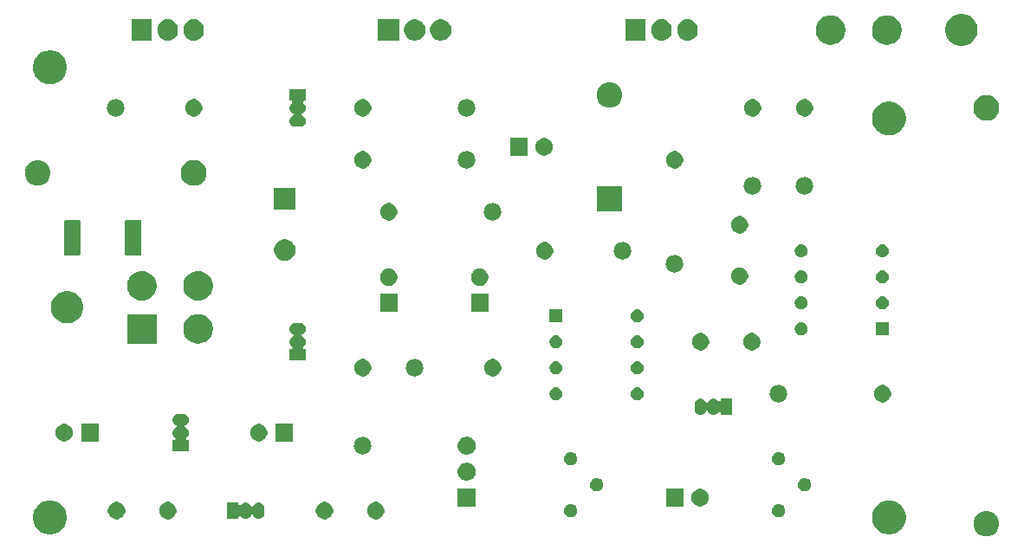
<source format=gbr>
G04 #@! TF.GenerationSoftware,KiCad,Pcbnew,5.0.2+dfsg1-1*
G04 #@! TF.CreationDate,2020-09-04T22:52:39+03:00*
G04 #@! TF.ProjectId,LDriver,4c447269-7665-4722-9e6b-696361645f70,rev?*
G04 #@! TF.SameCoordinates,Original*
G04 #@! TF.FileFunction,Soldermask,Bot*
G04 #@! TF.FilePolarity,Negative*
%FSLAX46Y46*%
G04 Gerber Fmt 4.6, Leading zero omitted, Abs format (unit mm)*
G04 Created by KiCad (PCBNEW 5.0.2+dfsg1-1) date пт, 04-вер-2020 22:52:39 +0300*
%MOMM*%
%LPD*%
G01*
G04 APERTURE LIST*
%ADD10C,0.100000*%
G04 APERTURE END LIST*
D10*
G36*
X198365239Y-123227101D02*
X198601053Y-123298634D01*
X198818381Y-123414799D01*
X199008871Y-123571129D01*
X199165201Y-123761619D01*
X199281366Y-123978947D01*
X199352899Y-124214761D01*
X199377053Y-124460000D01*
X199352899Y-124705239D01*
X199281366Y-124941053D01*
X199165201Y-125158381D01*
X199008871Y-125348871D01*
X198818381Y-125505201D01*
X198601053Y-125621366D01*
X198365239Y-125692899D01*
X198181457Y-125711000D01*
X198058543Y-125711000D01*
X197874761Y-125692899D01*
X197638947Y-125621366D01*
X197421619Y-125505201D01*
X197231129Y-125348871D01*
X197074799Y-125158381D01*
X196958634Y-124941053D01*
X196887101Y-124705239D01*
X196862947Y-124460000D01*
X196887101Y-124214761D01*
X196958634Y-123978947D01*
X197074799Y-123761619D01*
X197231129Y-123571129D01*
X197421619Y-123414799D01*
X197638947Y-123298634D01*
X197874761Y-123227101D01*
X198058543Y-123209000D01*
X198181457Y-123209000D01*
X198365239Y-123227101D01*
X198365239Y-123227101D01*
G37*
G36*
X188975256Y-122241298D02*
X189081579Y-122262447D01*
X189228008Y-122323100D01*
X189380377Y-122386213D01*
X189382042Y-122386903D01*
X189631127Y-122553337D01*
X189652454Y-122567587D01*
X189882413Y-122797546D01*
X189882415Y-122797549D01*
X190063097Y-123067958D01*
X190140555Y-123254957D01*
X190187553Y-123368422D01*
X190251000Y-123687389D01*
X190251000Y-124012611D01*
X190187553Y-124331578D01*
X190063098Y-124632040D01*
X189882413Y-124902454D01*
X189652454Y-125132413D01*
X189652451Y-125132415D01*
X189382042Y-125313097D01*
X189081579Y-125437553D01*
X188975256Y-125458702D01*
X188762611Y-125501000D01*
X188437389Y-125501000D01*
X188224744Y-125458702D01*
X188118421Y-125437553D01*
X187817958Y-125313097D01*
X187547549Y-125132415D01*
X187547546Y-125132413D01*
X187317587Y-124902454D01*
X187136902Y-124632040D01*
X187012447Y-124331578D01*
X186949000Y-124012611D01*
X186949000Y-123687389D01*
X187012447Y-123368422D01*
X187059446Y-123254957D01*
X187136903Y-123067958D01*
X187317585Y-122797549D01*
X187317587Y-122797546D01*
X187547546Y-122567587D01*
X187568873Y-122553337D01*
X187817958Y-122386903D01*
X187819624Y-122386213D01*
X187971992Y-122323100D01*
X188118421Y-122262447D01*
X188224744Y-122241298D01*
X188437389Y-122199000D01*
X188762611Y-122199000D01*
X188975256Y-122241298D01*
X188975256Y-122241298D01*
G37*
G36*
X106975256Y-122241298D02*
X107081579Y-122262447D01*
X107228008Y-122323100D01*
X107380377Y-122386213D01*
X107382042Y-122386903D01*
X107631127Y-122553337D01*
X107652454Y-122567587D01*
X107882413Y-122797546D01*
X107882415Y-122797549D01*
X108063097Y-123067958D01*
X108140555Y-123254957D01*
X108187553Y-123368422D01*
X108251000Y-123687389D01*
X108251000Y-124012611D01*
X108187553Y-124331578D01*
X108063098Y-124632040D01*
X107882413Y-124902454D01*
X107652454Y-125132413D01*
X107652451Y-125132415D01*
X107382042Y-125313097D01*
X107081579Y-125437553D01*
X106975256Y-125458702D01*
X106762611Y-125501000D01*
X106437389Y-125501000D01*
X106224744Y-125458702D01*
X106118421Y-125437553D01*
X105817958Y-125313097D01*
X105547549Y-125132415D01*
X105547546Y-125132413D01*
X105317587Y-124902454D01*
X105136902Y-124632040D01*
X105012447Y-124331578D01*
X104949000Y-124012611D01*
X104949000Y-123687389D01*
X105012447Y-123368422D01*
X105059446Y-123254957D01*
X105136903Y-123067958D01*
X105317585Y-122797549D01*
X105317587Y-122797546D01*
X105547546Y-122567587D01*
X105568873Y-122553337D01*
X105817958Y-122386903D01*
X105819624Y-122386213D01*
X105971992Y-122323100D01*
X106118421Y-122262447D01*
X106224744Y-122241298D01*
X106437389Y-122199000D01*
X106762611Y-122199000D01*
X106975256Y-122241298D01*
X106975256Y-122241298D01*
G37*
G36*
X113358228Y-122371703D02*
X113513100Y-122435853D01*
X113652481Y-122528985D01*
X113771015Y-122647519D01*
X113864147Y-122786900D01*
X113928297Y-122941772D01*
X113961000Y-123106184D01*
X113961000Y-123273816D01*
X113928297Y-123438228D01*
X113864147Y-123593100D01*
X113771015Y-123732481D01*
X113652481Y-123851015D01*
X113513100Y-123944147D01*
X113358228Y-124008297D01*
X113193816Y-124041000D01*
X113026184Y-124041000D01*
X112861772Y-124008297D01*
X112706900Y-123944147D01*
X112567519Y-123851015D01*
X112448985Y-123732481D01*
X112355853Y-123593100D01*
X112291703Y-123438228D01*
X112259000Y-123273816D01*
X112259000Y-123106184D01*
X112291703Y-122941772D01*
X112355853Y-122786900D01*
X112448985Y-122647519D01*
X112567519Y-122528985D01*
X112706900Y-122435853D01*
X112861772Y-122371703D01*
X113026184Y-122339000D01*
X113193816Y-122339000D01*
X113358228Y-122371703D01*
X113358228Y-122371703D01*
G37*
G36*
X138678228Y-122371703D02*
X138833100Y-122435853D01*
X138972481Y-122528985D01*
X139091015Y-122647519D01*
X139184147Y-122786900D01*
X139248297Y-122941772D01*
X139281000Y-123106184D01*
X139281000Y-123273816D01*
X139248297Y-123438228D01*
X139184147Y-123593100D01*
X139091015Y-123732481D01*
X138972481Y-123851015D01*
X138833100Y-123944147D01*
X138678228Y-124008297D01*
X138513816Y-124041000D01*
X138346184Y-124041000D01*
X138181772Y-124008297D01*
X138026900Y-123944147D01*
X137887519Y-123851015D01*
X137768985Y-123732481D01*
X137675853Y-123593100D01*
X137611703Y-123438228D01*
X137579000Y-123273816D01*
X137579000Y-123106184D01*
X137611703Y-122941772D01*
X137675853Y-122786900D01*
X137768985Y-122647519D01*
X137887519Y-122528985D01*
X138026900Y-122435853D01*
X138181772Y-122371703D01*
X138346184Y-122339000D01*
X138513816Y-122339000D01*
X138678228Y-122371703D01*
X138678228Y-122371703D01*
G37*
G36*
X133678228Y-122371703D02*
X133833100Y-122435853D01*
X133972481Y-122528985D01*
X134091015Y-122647519D01*
X134184147Y-122786900D01*
X134248297Y-122941772D01*
X134281000Y-123106184D01*
X134281000Y-123273816D01*
X134248297Y-123438228D01*
X134184147Y-123593100D01*
X134091015Y-123732481D01*
X133972481Y-123851015D01*
X133833100Y-123944147D01*
X133678228Y-124008297D01*
X133513816Y-124041000D01*
X133346184Y-124041000D01*
X133181772Y-124008297D01*
X133026900Y-123944147D01*
X132887519Y-123851015D01*
X132768985Y-123732481D01*
X132675853Y-123593100D01*
X132611703Y-123438228D01*
X132579000Y-123273816D01*
X132579000Y-123106184D01*
X132611703Y-122941772D01*
X132675853Y-122786900D01*
X132768985Y-122647519D01*
X132887519Y-122528985D01*
X133026900Y-122435853D01*
X133181772Y-122371703D01*
X133346184Y-122339000D01*
X133513816Y-122339000D01*
X133678228Y-122371703D01*
X133678228Y-122371703D01*
G37*
G36*
X118358228Y-122371703D02*
X118513100Y-122435853D01*
X118652481Y-122528985D01*
X118771015Y-122647519D01*
X118864147Y-122786900D01*
X118928297Y-122941772D01*
X118961000Y-123106184D01*
X118961000Y-123273816D01*
X118928297Y-123438228D01*
X118864147Y-123593100D01*
X118771015Y-123732481D01*
X118652481Y-123851015D01*
X118513100Y-123944147D01*
X118358228Y-124008297D01*
X118193816Y-124041000D01*
X118026184Y-124041000D01*
X117861772Y-124008297D01*
X117706900Y-123944147D01*
X117567519Y-123851015D01*
X117448985Y-123732481D01*
X117355853Y-123593100D01*
X117291703Y-123438228D01*
X117259000Y-123273816D01*
X117259000Y-123106184D01*
X117291703Y-122941772D01*
X117355853Y-122786900D01*
X117448985Y-122647519D01*
X117567519Y-122528985D01*
X117706900Y-122435853D01*
X117861772Y-122371703D01*
X118026184Y-122339000D01*
X118193816Y-122339000D01*
X118358228Y-122371703D01*
X118358228Y-122371703D01*
G37*
G36*
X127112915Y-122397334D02*
X127221491Y-122430271D01*
X127321556Y-122483756D01*
X127409264Y-122555736D01*
X127481244Y-122643443D01*
X127534729Y-122743508D01*
X127567666Y-122852084D01*
X127576000Y-122936702D01*
X127576000Y-123443297D01*
X127567666Y-123527916D01*
X127534729Y-123636492D01*
X127481244Y-123736557D01*
X127409264Y-123824264D01*
X127321557Y-123896244D01*
X127221492Y-123949729D01*
X127112916Y-123982666D01*
X127000000Y-123993787D01*
X126887085Y-123982666D01*
X126778509Y-123949729D01*
X126678444Y-123896244D01*
X126623333Y-123851015D01*
X126590739Y-123824266D01*
X126590737Y-123824264D01*
X126518757Y-123736557D01*
X126500429Y-123702267D01*
X126475240Y-123655143D01*
X126461627Y-123634768D01*
X126444299Y-123617441D01*
X126423925Y-123603827D01*
X126401286Y-123594450D01*
X126377253Y-123589669D01*
X126352748Y-123589669D01*
X126328715Y-123594449D01*
X126306076Y-123603827D01*
X126285701Y-123617440D01*
X126268374Y-123634768D01*
X126254760Y-123655143D01*
X126211244Y-123736557D01*
X126139264Y-123824264D01*
X126051557Y-123896244D01*
X125951492Y-123949729D01*
X125842916Y-123982666D01*
X125730000Y-123993787D01*
X125617085Y-123982666D01*
X125508509Y-123949729D01*
X125408444Y-123896244D01*
X125320737Y-123824264D01*
X125257626Y-123747364D01*
X125240299Y-123730036D01*
X125219924Y-123716423D01*
X125197285Y-123707045D01*
X125173252Y-123702265D01*
X125148748Y-123702265D01*
X125124714Y-123707046D01*
X125102075Y-123716423D01*
X125081701Y-123730037D01*
X125064373Y-123747364D01*
X125050760Y-123767739D01*
X125041382Y-123790378D01*
X125036000Y-123826663D01*
X125036000Y-123991000D01*
X123884000Y-123991000D01*
X123884000Y-122389000D01*
X125036000Y-122389000D01*
X125036000Y-122553337D01*
X125038402Y-122577723D01*
X125045515Y-122601172D01*
X125057066Y-122622783D01*
X125072612Y-122641725D01*
X125091554Y-122657271D01*
X125113165Y-122668822D01*
X125136614Y-122675935D01*
X125161000Y-122678337D01*
X125185386Y-122675935D01*
X125208835Y-122668822D01*
X125230446Y-122657271D01*
X125257626Y-122632636D01*
X125265712Y-122622783D01*
X125320736Y-122555736D01*
X125408443Y-122483756D01*
X125508508Y-122430271D01*
X125617084Y-122397334D01*
X125730000Y-122386213D01*
X125842915Y-122397334D01*
X125951491Y-122430271D01*
X126051556Y-122483756D01*
X126139264Y-122555736D01*
X126211244Y-122643443D01*
X126254767Y-122724869D01*
X126268373Y-122745232D01*
X126285700Y-122762560D01*
X126306075Y-122776174D01*
X126328713Y-122785551D01*
X126352747Y-122790332D01*
X126377251Y-122790332D01*
X126401285Y-122785552D01*
X126423924Y-122776175D01*
X126444298Y-122762561D01*
X126461626Y-122745234D01*
X126475240Y-122724858D01*
X126518756Y-122643444D01*
X126535712Y-122622783D01*
X126590736Y-122555736D01*
X126678443Y-122483756D01*
X126778508Y-122430271D01*
X126887084Y-122397334D01*
X127000000Y-122386213D01*
X127112915Y-122397334D01*
X127112915Y-122397334D01*
G37*
G36*
X177949898Y-122547396D02*
X177992369Y-122555844D01*
X178020714Y-122567585D01*
X178112390Y-122605558D01*
X178220410Y-122677735D01*
X178312265Y-122769590D01*
X178384442Y-122877610D01*
X178434156Y-122997632D01*
X178459500Y-123125043D01*
X178459500Y-123254957D01*
X178434156Y-123382368D01*
X178384442Y-123502390D01*
X178312265Y-123610410D01*
X178220410Y-123702265D01*
X178112390Y-123774442D01*
X178027522Y-123809595D01*
X177992369Y-123824156D01*
X177979765Y-123826663D01*
X177864957Y-123849500D01*
X177735043Y-123849500D01*
X177620235Y-123826663D01*
X177607631Y-123824156D01*
X177572478Y-123809595D01*
X177487610Y-123774442D01*
X177379590Y-123702265D01*
X177287735Y-123610410D01*
X177215558Y-123502390D01*
X177165844Y-123382368D01*
X177140500Y-123254957D01*
X177140500Y-123125043D01*
X177165844Y-122997632D01*
X177215558Y-122877610D01*
X177287735Y-122769590D01*
X177379590Y-122677735D01*
X177487610Y-122605558D01*
X177579286Y-122567585D01*
X177607631Y-122555844D01*
X177650102Y-122547396D01*
X177735043Y-122530500D01*
X177864957Y-122530500D01*
X177949898Y-122547396D01*
X177949898Y-122547396D01*
G37*
G36*
X157629898Y-122547396D02*
X157672369Y-122555844D01*
X157700714Y-122567585D01*
X157792390Y-122605558D01*
X157900410Y-122677735D01*
X157992265Y-122769590D01*
X158064442Y-122877610D01*
X158114156Y-122997632D01*
X158139500Y-123125043D01*
X158139500Y-123254957D01*
X158114156Y-123382368D01*
X158064442Y-123502390D01*
X157992265Y-123610410D01*
X157900410Y-123702265D01*
X157792390Y-123774442D01*
X157707522Y-123809595D01*
X157672369Y-123824156D01*
X157659765Y-123826663D01*
X157544957Y-123849500D01*
X157415043Y-123849500D01*
X157300235Y-123826663D01*
X157287631Y-123824156D01*
X157252478Y-123809595D01*
X157167610Y-123774442D01*
X157059590Y-123702265D01*
X156967735Y-123610410D01*
X156895558Y-123502390D01*
X156845844Y-123382368D01*
X156820500Y-123254957D01*
X156820500Y-123125043D01*
X156845844Y-122997632D01*
X156895558Y-122877610D01*
X156967735Y-122769590D01*
X157059590Y-122677735D01*
X157167610Y-122605558D01*
X157259286Y-122567585D01*
X157287631Y-122555844D01*
X157330102Y-122547396D01*
X157415043Y-122530500D01*
X157544957Y-122530500D01*
X157629898Y-122547396D01*
X157629898Y-122547396D01*
G37*
G36*
X148196000Y-122796000D02*
X146444000Y-122796000D01*
X146444000Y-121044000D01*
X148196000Y-121044000D01*
X148196000Y-122796000D01*
X148196000Y-122796000D01*
G37*
G36*
X168491000Y-122771000D02*
X166789000Y-122771000D01*
X166789000Y-121069000D01*
X168491000Y-121069000D01*
X168491000Y-122771000D01*
X168491000Y-122771000D01*
G37*
G36*
X170388228Y-121101703D02*
X170543100Y-121165853D01*
X170682481Y-121258985D01*
X170801015Y-121377519D01*
X170894147Y-121516900D01*
X170958297Y-121671772D01*
X170991000Y-121836184D01*
X170991000Y-122003816D01*
X170958297Y-122168228D01*
X170894147Y-122323100D01*
X170801015Y-122462481D01*
X170682481Y-122581015D01*
X170543100Y-122674147D01*
X170388228Y-122738297D01*
X170223816Y-122771000D01*
X170056184Y-122771000D01*
X169891772Y-122738297D01*
X169736900Y-122674147D01*
X169597519Y-122581015D01*
X169478985Y-122462481D01*
X169385853Y-122323100D01*
X169321703Y-122168228D01*
X169289000Y-122003816D01*
X169289000Y-121836184D01*
X169321703Y-121671772D01*
X169385853Y-121516900D01*
X169478985Y-121377519D01*
X169597519Y-121258985D01*
X169736900Y-121165853D01*
X169891772Y-121101703D01*
X170056184Y-121069000D01*
X170223816Y-121069000D01*
X170388228Y-121101703D01*
X170388228Y-121101703D01*
G37*
G36*
X160169898Y-120007396D02*
X160212369Y-120015844D01*
X160247522Y-120030405D01*
X160332390Y-120065558D01*
X160440410Y-120137735D01*
X160532265Y-120229590D01*
X160604442Y-120337610D01*
X160654156Y-120457632D01*
X160679500Y-120585043D01*
X160679500Y-120714957D01*
X160654156Y-120842368D01*
X160604442Y-120962390D01*
X160532265Y-121070410D01*
X160440410Y-121162265D01*
X160332390Y-121234442D01*
X160247522Y-121269595D01*
X160212369Y-121284156D01*
X160169898Y-121292604D01*
X160084957Y-121309500D01*
X159955043Y-121309500D01*
X159870102Y-121292604D01*
X159827631Y-121284156D01*
X159792478Y-121269595D01*
X159707610Y-121234442D01*
X159599590Y-121162265D01*
X159507735Y-121070410D01*
X159435558Y-120962390D01*
X159385844Y-120842368D01*
X159360500Y-120714957D01*
X159360500Y-120585043D01*
X159385844Y-120457632D01*
X159435558Y-120337610D01*
X159507735Y-120229590D01*
X159599590Y-120137735D01*
X159707610Y-120065558D01*
X159792478Y-120030405D01*
X159827631Y-120015844D01*
X159870102Y-120007396D01*
X159955043Y-119990500D01*
X160084957Y-119990500D01*
X160169898Y-120007396D01*
X160169898Y-120007396D01*
G37*
G36*
X180489898Y-120007396D02*
X180532369Y-120015844D01*
X180567522Y-120030405D01*
X180652390Y-120065558D01*
X180760410Y-120137735D01*
X180852265Y-120229590D01*
X180924442Y-120337610D01*
X180974156Y-120457632D01*
X180999500Y-120585043D01*
X180999500Y-120714957D01*
X180974156Y-120842368D01*
X180924442Y-120962390D01*
X180852265Y-121070410D01*
X180760410Y-121162265D01*
X180652390Y-121234442D01*
X180567522Y-121269595D01*
X180532369Y-121284156D01*
X180489898Y-121292604D01*
X180404957Y-121309500D01*
X180275043Y-121309500D01*
X180190102Y-121292604D01*
X180147631Y-121284156D01*
X180112478Y-121269595D01*
X180027610Y-121234442D01*
X179919590Y-121162265D01*
X179827735Y-121070410D01*
X179755558Y-120962390D01*
X179705844Y-120842368D01*
X179680500Y-120714957D01*
X179680500Y-120585043D01*
X179705844Y-120457632D01*
X179755558Y-120337610D01*
X179827735Y-120229590D01*
X179919590Y-120137735D01*
X180027610Y-120065558D01*
X180112478Y-120030405D01*
X180147631Y-120015844D01*
X180190102Y-120007396D01*
X180275043Y-119990500D01*
X180404957Y-119990500D01*
X180489898Y-120007396D01*
X180489898Y-120007396D01*
G37*
G36*
X147448589Y-118512416D02*
X147575520Y-118537664D01*
X147734942Y-118603699D01*
X147878418Y-118699566D01*
X148000434Y-118821582D01*
X148096301Y-118965058D01*
X148162336Y-119124480D01*
X148196000Y-119293721D01*
X148196000Y-119466279D01*
X148162336Y-119635520D01*
X148096301Y-119794942D01*
X148000434Y-119938418D01*
X147878418Y-120060434D01*
X147734942Y-120156301D01*
X147575520Y-120222336D01*
X147448589Y-120247584D01*
X147406280Y-120256000D01*
X147233720Y-120256000D01*
X147191411Y-120247584D01*
X147064480Y-120222336D01*
X146905058Y-120156301D01*
X146761582Y-120060434D01*
X146639566Y-119938418D01*
X146543699Y-119794942D01*
X146477664Y-119635520D01*
X146444000Y-119466279D01*
X146444000Y-119293721D01*
X146477664Y-119124480D01*
X146543699Y-118965058D01*
X146639566Y-118821582D01*
X146761582Y-118699566D01*
X146905058Y-118603699D01*
X147064480Y-118537664D01*
X147191411Y-118512416D01*
X147233720Y-118504000D01*
X147406280Y-118504000D01*
X147448589Y-118512416D01*
X147448589Y-118512416D01*
G37*
G36*
X177949898Y-117467396D02*
X177992369Y-117475844D01*
X178027522Y-117490405D01*
X178112390Y-117525558D01*
X178220410Y-117597735D01*
X178312265Y-117689590D01*
X178384442Y-117797610D01*
X178434156Y-117917632D01*
X178459500Y-118045043D01*
X178459500Y-118174957D01*
X178434156Y-118302368D01*
X178384442Y-118422390D01*
X178312265Y-118530410D01*
X178220410Y-118622265D01*
X178112390Y-118694442D01*
X178027522Y-118729595D01*
X177992369Y-118744156D01*
X177949898Y-118752604D01*
X177864957Y-118769500D01*
X177735043Y-118769500D01*
X177650102Y-118752604D01*
X177607631Y-118744156D01*
X177572478Y-118729595D01*
X177487610Y-118694442D01*
X177379590Y-118622265D01*
X177287735Y-118530410D01*
X177215558Y-118422390D01*
X177165844Y-118302368D01*
X177140500Y-118174957D01*
X177140500Y-118045043D01*
X177165844Y-117917632D01*
X177215558Y-117797610D01*
X177287735Y-117689590D01*
X177379590Y-117597735D01*
X177487610Y-117525558D01*
X177572478Y-117490405D01*
X177607631Y-117475844D01*
X177650102Y-117467396D01*
X177735043Y-117450500D01*
X177864957Y-117450500D01*
X177949898Y-117467396D01*
X177949898Y-117467396D01*
G37*
G36*
X157629898Y-117467396D02*
X157672369Y-117475844D01*
X157707522Y-117490405D01*
X157792390Y-117525558D01*
X157900410Y-117597735D01*
X157992265Y-117689590D01*
X158064442Y-117797610D01*
X158114156Y-117917632D01*
X158139500Y-118045043D01*
X158139500Y-118174957D01*
X158114156Y-118302368D01*
X158064442Y-118422390D01*
X157992265Y-118530410D01*
X157900410Y-118622265D01*
X157792390Y-118694442D01*
X157707522Y-118729595D01*
X157672369Y-118744156D01*
X157629898Y-118752604D01*
X157544957Y-118769500D01*
X157415043Y-118769500D01*
X157330102Y-118752604D01*
X157287631Y-118744156D01*
X157252478Y-118729595D01*
X157167610Y-118694442D01*
X157059590Y-118622265D01*
X156967735Y-118530410D01*
X156895558Y-118422390D01*
X156845844Y-118302368D01*
X156820500Y-118174957D01*
X156820500Y-118045043D01*
X156845844Y-117917632D01*
X156895558Y-117797610D01*
X156967735Y-117689590D01*
X157059590Y-117597735D01*
X157167610Y-117525558D01*
X157252478Y-117490405D01*
X157287631Y-117475844D01*
X157330102Y-117467396D01*
X157415043Y-117450500D01*
X157544957Y-117450500D01*
X157629898Y-117467396D01*
X157629898Y-117467396D01*
G37*
G36*
X147448589Y-115972416D02*
X147575520Y-115997664D01*
X147734942Y-116063699D01*
X147878418Y-116159566D01*
X148000434Y-116281582D01*
X148096301Y-116425058D01*
X148162336Y-116584480D01*
X148196000Y-116753721D01*
X148196000Y-116926279D01*
X148162336Y-117095520D01*
X148096301Y-117254942D01*
X148000434Y-117398418D01*
X147878418Y-117520434D01*
X147734942Y-117616301D01*
X147575520Y-117682336D01*
X147448589Y-117707584D01*
X147406280Y-117716000D01*
X147233720Y-117716000D01*
X147191411Y-117707584D01*
X147064480Y-117682336D01*
X146905058Y-117616301D01*
X146761582Y-117520434D01*
X146639566Y-117398418D01*
X146543699Y-117254942D01*
X146477664Y-117095520D01*
X146444000Y-116926279D01*
X146444000Y-116753721D01*
X146477664Y-116584480D01*
X146543699Y-116425058D01*
X146639566Y-116281582D01*
X146761582Y-116159566D01*
X146905058Y-116063699D01*
X147064480Y-115997664D01*
X147191411Y-115972416D01*
X147233720Y-115964000D01*
X147406280Y-115964000D01*
X147448589Y-115972416D01*
X147448589Y-115972416D01*
G37*
G36*
X137326821Y-116001313D02*
X137326824Y-116001314D01*
X137326825Y-116001314D01*
X137487239Y-116049975D01*
X137487241Y-116049976D01*
X137487244Y-116049977D01*
X137635078Y-116128995D01*
X137764659Y-116235341D01*
X137871005Y-116364922D01*
X137950023Y-116512756D01*
X137950024Y-116512759D01*
X137950025Y-116512761D01*
X137998686Y-116673175D01*
X137998687Y-116673179D01*
X138015117Y-116840000D01*
X137998687Y-117006821D01*
X137998686Y-117006824D01*
X137998686Y-117006825D01*
X137971781Y-117095520D01*
X137950023Y-117167244D01*
X137871005Y-117315078D01*
X137764659Y-117444659D01*
X137635078Y-117551005D01*
X137487244Y-117630023D01*
X137487241Y-117630024D01*
X137487239Y-117630025D01*
X137326825Y-117678686D01*
X137326824Y-117678686D01*
X137326821Y-117678687D01*
X137201804Y-117691000D01*
X137118196Y-117691000D01*
X136993179Y-117678687D01*
X136993176Y-117678686D01*
X136993175Y-117678686D01*
X136832761Y-117630025D01*
X136832759Y-117630024D01*
X136832756Y-117630023D01*
X136684922Y-117551005D01*
X136555341Y-117444659D01*
X136448995Y-117315078D01*
X136369977Y-117167244D01*
X136348220Y-117095520D01*
X136321314Y-117006825D01*
X136321314Y-117006824D01*
X136321313Y-117006821D01*
X136304883Y-116840000D01*
X136321313Y-116673179D01*
X136321314Y-116673175D01*
X136369975Y-116512761D01*
X136369976Y-116512759D01*
X136369977Y-116512756D01*
X136448995Y-116364922D01*
X136555341Y-116235341D01*
X136684922Y-116128995D01*
X136832756Y-116049977D01*
X136832759Y-116049976D01*
X136832761Y-116049975D01*
X136993175Y-116001314D01*
X136993176Y-116001314D01*
X136993179Y-116001313D01*
X137118196Y-115989000D01*
X137201804Y-115989000D01*
X137326821Y-116001313D01*
X137326821Y-116001313D01*
G37*
G36*
X119717916Y-113732334D02*
X119826492Y-113765271D01*
X119926557Y-113818756D01*
X120014264Y-113890736D01*
X120086244Y-113978443D01*
X120139729Y-114078508D01*
X120172666Y-114187084D01*
X120183787Y-114300000D01*
X120172666Y-114412916D01*
X120139729Y-114521492D01*
X120139726Y-114521497D01*
X120086244Y-114621557D01*
X120014264Y-114709264D01*
X119926557Y-114781244D01*
X119845143Y-114824760D01*
X119824768Y-114838373D01*
X119807441Y-114855701D01*
X119793827Y-114876075D01*
X119784450Y-114898714D01*
X119779669Y-114922747D01*
X119779669Y-114947252D01*
X119784449Y-114971285D01*
X119793827Y-114993924D01*
X119807440Y-115014299D01*
X119824768Y-115031626D01*
X119845143Y-115045240D01*
X119926557Y-115088756D01*
X120014264Y-115160736D01*
X120086244Y-115248443D01*
X120139729Y-115348508D01*
X120172666Y-115457084D01*
X120183787Y-115570000D01*
X120172666Y-115682916D01*
X120139729Y-115791492D01*
X120086244Y-115891557D01*
X120014264Y-115979264D01*
X119937365Y-116042374D01*
X119920038Y-116059701D01*
X119906424Y-116080076D01*
X119897046Y-116102715D01*
X119892266Y-116126748D01*
X119892266Y-116151252D01*
X119897047Y-116175286D01*
X119906424Y-116197925D01*
X119920038Y-116218299D01*
X119937365Y-116235626D01*
X119957740Y-116249240D01*
X119980379Y-116258618D01*
X120016664Y-116264000D01*
X120181000Y-116264000D01*
X120181000Y-117416000D01*
X118579000Y-117416000D01*
X118579000Y-116264000D01*
X118743336Y-116264000D01*
X118767722Y-116261598D01*
X118791171Y-116254485D01*
X118812782Y-116242934D01*
X118831724Y-116227388D01*
X118847270Y-116208446D01*
X118858821Y-116186835D01*
X118865934Y-116163386D01*
X118868336Y-116139000D01*
X118865934Y-116114614D01*
X118858821Y-116091165D01*
X118847270Y-116069554D01*
X118822635Y-116042374D01*
X118745736Y-115979264D01*
X118673756Y-115891557D01*
X118620271Y-115791492D01*
X118587334Y-115682916D01*
X118576213Y-115570000D01*
X118587334Y-115457084D01*
X118620271Y-115348508D01*
X118673756Y-115248443D01*
X118745736Y-115160736D01*
X118833443Y-115088756D01*
X118914857Y-115045240D01*
X118935232Y-115031627D01*
X118952559Y-115014299D01*
X118966173Y-114993925D01*
X118975550Y-114971286D01*
X118980331Y-114947253D01*
X118980331Y-114922748D01*
X118975551Y-114898715D01*
X118966173Y-114876076D01*
X118952560Y-114855701D01*
X118935232Y-114838374D01*
X118914857Y-114824760D01*
X118833443Y-114781244D01*
X118745736Y-114709264D01*
X118673756Y-114621557D01*
X118620274Y-114521497D01*
X118620271Y-114521492D01*
X118587334Y-114412916D01*
X118576213Y-114300000D01*
X118587334Y-114187084D01*
X118620271Y-114078508D01*
X118673756Y-113978443D01*
X118745736Y-113890736D01*
X118833443Y-113818756D01*
X118933508Y-113765271D01*
X119042084Y-113732334D01*
X119126702Y-113724000D01*
X119633298Y-113724000D01*
X119717916Y-113732334D01*
X119717916Y-113732334D01*
G37*
G36*
X108238228Y-114751703D02*
X108393100Y-114815853D01*
X108532481Y-114908985D01*
X108651015Y-115027519D01*
X108744147Y-115166900D01*
X108808297Y-115321772D01*
X108841000Y-115486184D01*
X108841000Y-115653816D01*
X108808297Y-115818228D01*
X108744147Y-115973100D01*
X108651015Y-116112481D01*
X108532481Y-116231015D01*
X108393100Y-116324147D01*
X108238228Y-116388297D01*
X108073816Y-116421000D01*
X107906184Y-116421000D01*
X107741772Y-116388297D01*
X107586900Y-116324147D01*
X107447519Y-116231015D01*
X107328985Y-116112481D01*
X107235853Y-115973100D01*
X107171703Y-115818228D01*
X107139000Y-115653816D01*
X107139000Y-115486184D01*
X107171703Y-115321772D01*
X107235853Y-115166900D01*
X107328985Y-115027519D01*
X107447519Y-114908985D01*
X107586900Y-114815853D01*
X107741772Y-114751703D01*
X107906184Y-114719000D01*
X108073816Y-114719000D01*
X108238228Y-114751703D01*
X108238228Y-114751703D01*
G37*
G36*
X111341000Y-116421000D02*
X109639000Y-116421000D01*
X109639000Y-114719000D01*
X111341000Y-114719000D01*
X111341000Y-116421000D01*
X111341000Y-116421000D01*
G37*
G36*
X127248228Y-114751703D02*
X127403100Y-114815853D01*
X127542481Y-114908985D01*
X127661015Y-115027519D01*
X127754147Y-115166900D01*
X127818297Y-115321772D01*
X127851000Y-115486184D01*
X127851000Y-115653816D01*
X127818297Y-115818228D01*
X127754147Y-115973100D01*
X127661015Y-116112481D01*
X127542481Y-116231015D01*
X127403100Y-116324147D01*
X127248228Y-116388297D01*
X127083816Y-116421000D01*
X126916184Y-116421000D01*
X126751772Y-116388297D01*
X126596900Y-116324147D01*
X126457519Y-116231015D01*
X126338985Y-116112481D01*
X126245853Y-115973100D01*
X126181703Y-115818228D01*
X126149000Y-115653816D01*
X126149000Y-115486184D01*
X126181703Y-115321772D01*
X126245853Y-115166900D01*
X126338985Y-115027519D01*
X126457519Y-114908985D01*
X126596900Y-114815853D01*
X126751772Y-114751703D01*
X126916184Y-114719000D01*
X127083816Y-114719000D01*
X127248228Y-114751703D01*
X127248228Y-114751703D01*
G37*
G36*
X130351000Y-116421000D02*
X128649000Y-116421000D01*
X128649000Y-114719000D01*
X130351000Y-114719000D01*
X130351000Y-116421000D01*
X130351000Y-116421000D01*
G37*
G36*
X171562916Y-112237334D02*
X171671492Y-112270271D01*
X171763005Y-112319185D01*
X171771557Y-112323756D01*
X171859264Y-112395736D01*
X171922374Y-112472635D01*
X171939701Y-112489962D01*
X171960076Y-112503576D01*
X171982715Y-112512954D01*
X172006748Y-112517734D01*
X172031252Y-112517734D01*
X172055286Y-112512953D01*
X172077925Y-112503576D01*
X172098299Y-112489962D01*
X172115626Y-112472635D01*
X172129240Y-112452260D01*
X172138618Y-112429621D01*
X172144000Y-112393336D01*
X172144000Y-112229000D01*
X173296000Y-112229000D01*
X173296000Y-113831000D01*
X172144000Y-113831000D01*
X172144000Y-113666663D01*
X172141598Y-113642277D01*
X172134485Y-113618828D01*
X172122934Y-113597217D01*
X172107388Y-113578275D01*
X172088446Y-113562729D01*
X172066835Y-113551178D01*
X172043386Y-113544065D01*
X172019000Y-113541663D01*
X171994614Y-113544065D01*
X171971165Y-113551178D01*
X171949554Y-113562729D01*
X171922377Y-113587361D01*
X171859264Y-113664264D01*
X171771556Y-113736244D01*
X171671491Y-113789729D01*
X171562915Y-113822666D01*
X171450000Y-113833787D01*
X171337084Y-113822666D01*
X171228508Y-113789729D01*
X171128443Y-113736244D01*
X171040736Y-113664264D01*
X170968756Y-113576556D01*
X170925240Y-113495142D01*
X170911627Y-113474767D01*
X170894299Y-113457440D01*
X170873925Y-113443826D01*
X170851286Y-113434449D01*
X170827253Y-113429668D01*
X170802748Y-113429668D01*
X170778715Y-113434448D01*
X170756076Y-113443826D01*
X170735701Y-113457439D01*
X170718374Y-113474767D01*
X170704767Y-113495131D01*
X170661244Y-113576557D01*
X170589264Y-113664264D01*
X170501556Y-113736244D01*
X170401491Y-113789729D01*
X170292915Y-113822666D01*
X170180000Y-113833787D01*
X170067084Y-113822666D01*
X169958508Y-113789729D01*
X169858443Y-113736244D01*
X169770736Y-113664264D01*
X169698756Y-113576556D01*
X169645271Y-113476491D01*
X169612334Y-113367915D01*
X169604000Y-113283297D01*
X169604000Y-112776702D01*
X169612334Y-112692084D01*
X169645271Y-112583508D01*
X169682983Y-112512954D01*
X169698755Y-112483446D01*
X169724349Y-112452260D01*
X169770737Y-112395736D01*
X169776508Y-112391000D01*
X169858444Y-112323756D01*
X169866996Y-112319185D01*
X169958509Y-112270271D01*
X170067085Y-112237334D01*
X170180000Y-112226213D01*
X170292916Y-112237334D01*
X170401492Y-112270271D01*
X170493005Y-112319185D01*
X170501557Y-112323756D01*
X170589264Y-112395736D01*
X170661244Y-112483443D01*
X170704760Y-112564857D01*
X170718373Y-112585232D01*
X170735701Y-112602559D01*
X170756075Y-112616173D01*
X170778714Y-112625550D01*
X170802747Y-112630331D01*
X170827252Y-112630331D01*
X170851285Y-112625551D01*
X170873924Y-112616173D01*
X170894299Y-112602560D01*
X170911626Y-112585232D01*
X170925240Y-112564857D01*
X170968755Y-112483446D01*
X170994349Y-112452260D01*
X171040737Y-112395736D01*
X171046508Y-112391000D01*
X171128444Y-112323756D01*
X171136996Y-112319185D01*
X171228509Y-112270271D01*
X171337085Y-112237334D01*
X171450000Y-112226213D01*
X171562916Y-112237334D01*
X171562916Y-112237334D01*
G37*
G36*
X177966821Y-110921313D02*
X177966824Y-110921314D01*
X177966825Y-110921314D01*
X178127239Y-110969975D01*
X178127241Y-110969976D01*
X178127244Y-110969977D01*
X178275078Y-111048995D01*
X178404659Y-111155341D01*
X178511005Y-111284922D01*
X178590023Y-111432756D01*
X178590024Y-111432759D01*
X178590025Y-111432761D01*
X178633459Y-111575944D01*
X178638687Y-111593179D01*
X178655117Y-111760000D01*
X178638687Y-111926821D01*
X178638686Y-111926824D01*
X178638686Y-111926825D01*
X178598625Y-112058890D01*
X178590023Y-112087244D01*
X178511005Y-112235078D01*
X178404659Y-112364659D01*
X178275078Y-112471005D01*
X178127244Y-112550023D01*
X178127241Y-112550024D01*
X178127239Y-112550025D01*
X177966825Y-112598686D01*
X177966824Y-112598686D01*
X177966821Y-112598687D01*
X177841804Y-112611000D01*
X177758196Y-112611000D01*
X177633179Y-112598687D01*
X177633176Y-112598686D01*
X177633175Y-112598686D01*
X177472761Y-112550025D01*
X177472759Y-112550024D01*
X177472756Y-112550023D01*
X177324922Y-112471005D01*
X177195341Y-112364659D01*
X177088995Y-112235078D01*
X177009977Y-112087244D01*
X177001376Y-112058890D01*
X176961314Y-111926825D01*
X176961314Y-111926824D01*
X176961313Y-111926821D01*
X176944883Y-111760000D01*
X176961313Y-111593179D01*
X176966541Y-111575944D01*
X177009975Y-111432761D01*
X177009976Y-111432759D01*
X177009977Y-111432756D01*
X177088995Y-111284922D01*
X177195341Y-111155341D01*
X177324922Y-111048995D01*
X177472756Y-110969977D01*
X177472759Y-110969976D01*
X177472761Y-110969975D01*
X177633175Y-110921314D01*
X177633176Y-110921314D01*
X177633179Y-110921313D01*
X177758196Y-110909000D01*
X177841804Y-110909000D01*
X177966821Y-110921313D01*
X177966821Y-110921313D01*
G37*
G36*
X188208228Y-110941703D02*
X188363100Y-111005853D01*
X188502481Y-111098985D01*
X188621015Y-111217519D01*
X188714147Y-111356900D01*
X188778297Y-111511772D01*
X188811000Y-111676184D01*
X188811000Y-111843816D01*
X188778297Y-112008228D01*
X188714147Y-112163100D01*
X188621015Y-112302481D01*
X188502481Y-112421015D01*
X188363100Y-112514147D01*
X188208228Y-112578297D01*
X188043816Y-112611000D01*
X187876184Y-112611000D01*
X187711772Y-112578297D01*
X187556900Y-112514147D01*
X187417519Y-112421015D01*
X187298985Y-112302481D01*
X187205853Y-112163100D01*
X187141703Y-112008228D01*
X187109000Y-111843816D01*
X187109000Y-111676184D01*
X187141703Y-111511772D01*
X187205853Y-111356900D01*
X187298985Y-111217519D01*
X187417519Y-111098985D01*
X187556900Y-111005853D01*
X187711772Y-110941703D01*
X187876184Y-110909000D01*
X188043816Y-110909000D01*
X188208228Y-110941703D01*
X188208228Y-110941703D01*
G37*
G36*
X156234056Y-111153249D02*
X156348890Y-111200814D01*
X156452242Y-111269872D01*
X156540128Y-111357758D01*
X156609186Y-111461110D01*
X156656751Y-111575944D01*
X156681000Y-111697852D01*
X156681000Y-111822148D01*
X156656751Y-111944056D01*
X156609186Y-112058890D01*
X156540128Y-112162242D01*
X156452242Y-112250128D01*
X156348890Y-112319186D01*
X156239107Y-112364659D01*
X156234056Y-112366751D01*
X156112148Y-112391000D01*
X155987852Y-112391000D01*
X155865944Y-112366751D01*
X155860893Y-112364659D01*
X155751110Y-112319186D01*
X155647758Y-112250128D01*
X155559872Y-112162242D01*
X155490814Y-112058890D01*
X155443249Y-111944056D01*
X155419000Y-111822148D01*
X155419000Y-111697852D01*
X155443249Y-111575944D01*
X155490814Y-111461110D01*
X155559872Y-111357758D01*
X155647758Y-111269872D01*
X155751110Y-111200814D01*
X155865944Y-111153249D01*
X155987852Y-111129000D01*
X156112148Y-111129000D01*
X156234056Y-111153249D01*
X156234056Y-111153249D01*
G37*
G36*
X164174056Y-111153249D02*
X164288890Y-111200814D01*
X164392242Y-111269872D01*
X164480128Y-111357758D01*
X164549186Y-111461110D01*
X164596751Y-111575944D01*
X164621000Y-111697852D01*
X164621000Y-111822148D01*
X164596751Y-111944056D01*
X164549186Y-112058890D01*
X164480128Y-112162242D01*
X164392242Y-112250128D01*
X164288890Y-112319186D01*
X164179107Y-112364659D01*
X164174056Y-112366751D01*
X164052148Y-112391000D01*
X163927852Y-112391000D01*
X163805944Y-112366751D01*
X163800893Y-112364659D01*
X163691110Y-112319186D01*
X163587758Y-112250128D01*
X163499872Y-112162242D01*
X163430814Y-112058890D01*
X163383249Y-111944056D01*
X163359000Y-111822148D01*
X163359000Y-111697852D01*
X163383249Y-111575944D01*
X163430814Y-111461110D01*
X163499872Y-111357758D01*
X163587758Y-111269872D01*
X163691110Y-111200814D01*
X163805944Y-111153249D01*
X163927852Y-111129000D01*
X164052148Y-111129000D01*
X164174056Y-111153249D01*
X164174056Y-111153249D01*
G37*
G36*
X150108228Y-108401703D02*
X150263100Y-108465853D01*
X150402481Y-108558985D01*
X150521015Y-108677519D01*
X150614147Y-108816900D01*
X150678297Y-108971772D01*
X150711000Y-109136184D01*
X150711000Y-109303816D01*
X150678297Y-109468228D01*
X150614147Y-109623100D01*
X150521015Y-109762481D01*
X150402481Y-109881015D01*
X150263100Y-109974147D01*
X150108228Y-110038297D01*
X149943816Y-110071000D01*
X149776184Y-110071000D01*
X149611772Y-110038297D01*
X149456900Y-109974147D01*
X149317519Y-109881015D01*
X149198985Y-109762481D01*
X149105853Y-109623100D01*
X149041703Y-109468228D01*
X149009000Y-109303816D01*
X149009000Y-109136184D01*
X149041703Y-108971772D01*
X149105853Y-108816900D01*
X149198985Y-108677519D01*
X149317519Y-108558985D01*
X149456900Y-108465853D01*
X149611772Y-108401703D01*
X149776184Y-108369000D01*
X149943816Y-108369000D01*
X150108228Y-108401703D01*
X150108228Y-108401703D01*
G37*
G36*
X142406821Y-108381313D02*
X142406824Y-108381314D01*
X142406825Y-108381314D01*
X142567239Y-108429975D01*
X142567241Y-108429976D01*
X142567244Y-108429977D01*
X142715078Y-108508995D01*
X142844659Y-108615341D01*
X142951005Y-108744922D01*
X143030023Y-108892756D01*
X143030024Y-108892759D01*
X143030025Y-108892761D01*
X143073459Y-109035944D01*
X143078687Y-109053179D01*
X143095117Y-109220000D01*
X143078687Y-109386821D01*
X143078686Y-109386824D01*
X143078686Y-109386825D01*
X143038625Y-109518890D01*
X143030023Y-109547244D01*
X142951005Y-109695078D01*
X142844659Y-109824659D01*
X142715078Y-109931005D01*
X142567244Y-110010023D01*
X142567241Y-110010024D01*
X142567239Y-110010025D01*
X142406825Y-110058686D01*
X142406824Y-110058686D01*
X142406821Y-110058687D01*
X142281804Y-110071000D01*
X142198196Y-110071000D01*
X142073179Y-110058687D01*
X142073176Y-110058686D01*
X142073175Y-110058686D01*
X141912761Y-110010025D01*
X141912759Y-110010024D01*
X141912756Y-110010023D01*
X141764922Y-109931005D01*
X141635341Y-109824659D01*
X141528995Y-109695078D01*
X141449977Y-109547244D01*
X141441376Y-109518890D01*
X141401314Y-109386825D01*
X141401314Y-109386824D01*
X141401313Y-109386821D01*
X141384883Y-109220000D01*
X141401313Y-109053179D01*
X141406541Y-109035944D01*
X141449975Y-108892761D01*
X141449976Y-108892759D01*
X141449977Y-108892756D01*
X141528995Y-108744922D01*
X141635341Y-108615341D01*
X141764922Y-108508995D01*
X141912756Y-108429977D01*
X141912759Y-108429976D01*
X141912761Y-108429975D01*
X142073175Y-108381314D01*
X142073176Y-108381314D01*
X142073179Y-108381313D01*
X142198196Y-108369000D01*
X142281804Y-108369000D01*
X142406821Y-108381313D01*
X142406821Y-108381313D01*
G37*
G36*
X137408228Y-108401703D02*
X137563100Y-108465853D01*
X137702481Y-108558985D01*
X137821015Y-108677519D01*
X137914147Y-108816900D01*
X137978297Y-108971772D01*
X138011000Y-109136184D01*
X138011000Y-109303816D01*
X137978297Y-109468228D01*
X137914147Y-109623100D01*
X137821015Y-109762481D01*
X137702481Y-109881015D01*
X137563100Y-109974147D01*
X137408228Y-110038297D01*
X137243816Y-110071000D01*
X137076184Y-110071000D01*
X136911772Y-110038297D01*
X136756900Y-109974147D01*
X136617519Y-109881015D01*
X136498985Y-109762481D01*
X136405853Y-109623100D01*
X136341703Y-109468228D01*
X136309000Y-109303816D01*
X136309000Y-109136184D01*
X136341703Y-108971772D01*
X136405853Y-108816900D01*
X136498985Y-108677519D01*
X136617519Y-108558985D01*
X136756900Y-108465853D01*
X136911772Y-108401703D01*
X137076184Y-108369000D01*
X137243816Y-108369000D01*
X137408228Y-108401703D01*
X137408228Y-108401703D01*
G37*
G36*
X156234056Y-108613249D02*
X156348890Y-108660814D01*
X156452242Y-108729872D01*
X156540128Y-108817758D01*
X156609186Y-108921110D01*
X156656751Y-109035944D01*
X156681000Y-109157852D01*
X156681000Y-109282148D01*
X156656751Y-109404056D01*
X156609186Y-109518890D01*
X156540128Y-109622242D01*
X156452242Y-109710128D01*
X156348890Y-109779186D01*
X156239107Y-109824659D01*
X156234056Y-109826751D01*
X156112148Y-109851000D01*
X155987852Y-109851000D01*
X155865944Y-109826751D01*
X155860893Y-109824659D01*
X155751110Y-109779186D01*
X155647758Y-109710128D01*
X155559872Y-109622242D01*
X155490814Y-109518890D01*
X155443249Y-109404056D01*
X155419000Y-109282148D01*
X155419000Y-109157852D01*
X155443249Y-109035944D01*
X155490814Y-108921110D01*
X155559872Y-108817758D01*
X155647758Y-108729872D01*
X155751110Y-108660814D01*
X155865944Y-108613249D01*
X155987852Y-108589000D01*
X156112148Y-108589000D01*
X156234056Y-108613249D01*
X156234056Y-108613249D01*
G37*
G36*
X164174056Y-108613249D02*
X164288890Y-108660814D01*
X164392242Y-108729872D01*
X164480128Y-108817758D01*
X164549186Y-108921110D01*
X164596751Y-109035944D01*
X164621000Y-109157852D01*
X164621000Y-109282148D01*
X164596751Y-109404056D01*
X164549186Y-109518890D01*
X164480128Y-109622242D01*
X164392242Y-109710128D01*
X164288890Y-109779186D01*
X164174056Y-109826751D01*
X164052148Y-109851000D01*
X163927852Y-109851000D01*
X163805944Y-109826751D01*
X163691110Y-109779186D01*
X163587758Y-109710128D01*
X163499872Y-109622242D01*
X163430814Y-109518890D01*
X163383249Y-109404056D01*
X163359000Y-109282148D01*
X163359000Y-109157852D01*
X163383249Y-109035944D01*
X163430814Y-108921110D01*
X163499872Y-108817758D01*
X163587758Y-108729872D01*
X163691110Y-108660814D01*
X163805944Y-108613249D01*
X163927852Y-108589000D01*
X164052148Y-108589000D01*
X164174056Y-108613249D01*
X164174056Y-108613249D01*
G37*
G36*
X131147916Y-104842334D02*
X131256492Y-104875271D01*
X131356557Y-104928756D01*
X131444264Y-105000736D01*
X131516244Y-105088443D01*
X131569729Y-105188508D01*
X131602666Y-105297084D01*
X131613787Y-105410000D01*
X131602666Y-105522916D01*
X131569729Y-105631492D01*
X131528359Y-105708891D01*
X131516244Y-105731557D01*
X131444264Y-105819264D01*
X131356557Y-105891244D01*
X131275143Y-105934760D01*
X131254768Y-105948373D01*
X131237441Y-105965701D01*
X131223827Y-105986075D01*
X131214450Y-106008714D01*
X131209669Y-106032747D01*
X131209669Y-106057252D01*
X131214449Y-106081285D01*
X131223827Y-106103924D01*
X131237440Y-106124299D01*
X131254768Y-106141626D01*
X131275143Y-106155240D01*
X131356557Y-106198756D01*
X131444264Y-106270736D01*
X131516244Y-106358443D01*
X131569729Y-106458508D01*
X131602666Y-106567084D01*
X131613787Y-106680000D01*
X131602666Y-106792916D01*
X131569729Y-106901492D01*
X131528359Y-106978891D01*
X131516244Y-107001557D01*
X131444264Y-107089264D01*
X131367365Y-107152374D01*
X131350038Y-107169701D01*
X131336424Y-107190076D01*
X131327046Y-107212715D01*
X131322266Y-107236748D01*
X131322266Y-107261252D01*
X131327047Y-107285286D01*
X131336424Y-107307925D01*
X131350038Y-107328299D01*
X131367365Y-107345626D01*
X131387740Y-107359240D01*
X131410379Y-107368618D01*
X131446664Y-107374000D01*
X131611000Y-107374000D01*
X131611000Y-108526000D01*
X130009000Y-108526000D01*
X130009000Y-107374000D01*
X130173336Y-107374000D01*
X130197722Y-107371598D01*
X130221171Y-107364485D01*
X130242782Y-107352934D01*
X130261724Y-107337388D01*
X130277270Y-107318446D01*
X130288821Y-107296835D01*
X130295934Y-107273386D01*
X130298336Y-107249000D01*
X130295934Y-107224614D01*
X130288821Y-107201165D01*
X130277270Y-107179554D01*
X130252635Y-107152374D01*
X130175736Y-107089264D01*
X130103756Y-107001557D01*
X130091641Y-106978891D01*
X130050271Y-106901492D01*
X130017334Y-106792916D01*
X130006213Y-106680000D01*
X130017334Y-106567084D01*
X130050271Y-106458508D01*
X130103756Y-106358443D01*
X130175736Y-106270736D01*
X130263443Y-106198756D01*
X130344857Y-106155240D01*
X130365232Y-106141627D01*
X130382559Y-106124299D01*
X130396173Y-106103925D01*
X130405550Y-106081286D01*
X130410331Y-106057253D01*
X130410331Y-106032748D01*
X130405551Y-106008715D01*
X130396173Y-105986076D01*
X130382560Y-105965701D01*
X130365232Y-105948374D01*
X130344857Y-105934760D01*
X130263443Y-105891244D01*
X130175736Y-105819264D01*
X130103756Y-105731557D01*
X130091641Y-105708891D01*
X130050271Y-105631492D01*
X130017334Y-105522916D01*
X130006213Y-105410000D01*
X130017334Y-105297084D01*
X130050271Y-105188508D01*
X130103756Y-105088443D01*
X130175736Y-105000736D01*
X130263443Y-104928756D01*
X130363508Y-104875271D01*
X130472084Y-104842334D01*
X130556702Y-104834000D01*
X131063298Y-104834000D01*
X131147916Y-104842334D01*
X131147916Y-104842334D01*
G37*
G36*
X175428228Y-105861703D02*
X175583100Y-105925853D01*
X175722481Y-106018985D01*
X175841015Y-106137519D01*
X175934147Y-106276900D01*
X175998297Y-106431772D01*
X176031000Y-106596184D01*
X176031000Y-106763816D01*
X175998297Y-106928228D01*
X175934147Y-107083100D01*
X175841015Y-107222481D01*
X175722481Y-107341015D01*
X175583100Y-107434147D01*
X175428228Y-107498297D01*
X175263816Y-107531000D01*
X175096184Y-107531000D01*
X174931772Y-107498297D01*
X174776900Y-107434147D01*
X174637519Y-107341015D01*
X174518985Y-107222481D01*
X174425853Y-107083100D01*
X174361703Y-106928228D01*
X174329000Y-106763816D01*
X174329000Y-106596184D01*
X174361703Y-106431772D01*
X174425853Y-106276900D01*
X174518985Y-106137519D01*
X174637519Y-106018985D01*
X174776900Y-105925853D01*
X174931772Y-105861703D01*
X175096184Y-105829000D01*
X175263816Y-105829000D01*
X175428228Y-105861703D01*
X175428228Y-105861703D01*
G37*
G36*
X170428228Y-105861703D02*
X170583100Y-105925853D01*
X170722481Y-106018985D01*
X170841015Y-106137519D01*
X170934147Y-106276900D01*
X170998297Y-106431772D01*
X171031000Y-106596184D01*
X171031000Y-106763816D01*
X170998297Y-106928228D01*
X170934147Y-107083100D01*
X170841015Y-107222481D01*
X170722481Y-107341015D01*
X170583100Y-107434147D01*
X170428228Y-107498297D01*
X170263816Y-107531000D01*
X170096184Y-107531000D01*
X169931772Y-107498297D01*
X169776900Y-107434147D01*
X169637519Y-107341015D01*
X169518985Y-107222481D01*
X169425853Y-107083100D01*
X169361703Y-106928228D01*
X169329000Y-106763816D01*
X169329000Y-106596184D01*
X169361703Y-106431772D01*
X169425853Y-106276900D01*
X169518985Y-106137519D01*
X169637519Y-106018985D01*
X169776900Y-105925853D01*
X169931772Y-105861703D01*
X170096184Y-105829000D01*
X170263816Y-105829000D01*
X170428228Y-105861703D01*
X170428228Y-105861703D01*
G37*
G36*
X156234056Y-106073249D02*
X156348890Y-106120814D01*
X156452242Y-106189872D01*
X156540128Y-106277758D01*
X156609186Y-106381110D01*
X156656751Y-106495944D01*
X156681000Y-106617852D01*
X156681000Y-106742148D01*
X156656751Y-106864056D01*
X156609186Y-106978890D01*
X156540128Y-107082242D01*
X156452242Y-107170128D01*
X156348890Y-107239186D01*
X156237593Y-107285286D01*
X156234056Y-107286751D01*
X156112148Y-107311000D01*
X155987852Y-107311000D01*
X155865944Y-107286751D01*
X155862407Y-107285286D01*
X155751110Y-107239186D01*
X155647758Y-107170128D01*
X155559872Y-107082242D01*
X155490814Y-106978890D01*
X155443249Y-106864056D01*
X155419000Y-106742148D01*
X155419000Y-106617852D01*
X155443249Y-106495944D01*
X155490814Y-106381110D01*
X155559872Y-106277758D01*
X155647758Y-106189872D01*
X155751110Y-106120814D01*
X155865944Y-106073249D01*
X155987852Y-106049000D01*
X156112148Y-106049000D01*
X156234056Y-106073249D01*
X156234056Y-106073249D01*
G37*
G36*
X164174056Y-106073249D02*
X164288890Y-106120814D01*
X164392242Y-106189872D01*
X164480128Y-106277758D01*
X164549186Y-106381110D01*
X164596751Y-106495944D01*
X164621000Y-106617852D01*
X164621000Y-106742148D01*
X164596751Y-106864056D01*
X164549186Y-106978890D01*
X164480128Y-107082242D01*
X164392242Y-107170128D01*
X164288890Y-107239186D01*
X164177593Y-107285286D01*
X164174056Y-107286751D01*
X164052148Y-107311000D01*
X163927852Y-107311000D01*
X163805944Y-107286751D01*
X163802407Y-107285286D01*
X163691110Y-107239186D01*
X163587758Y-107170128D01*
X163499872Y-107082242D01*
X163430814Y-106978890D01*
X163383249Y-106864056D01*
X163359000Y-106742148D01*
X163359000Y-106617852D01*
X163383249Y-106495944D01*
X163430814Y-106381110D01*
X163499872Y-106277758D01*
X163587758Y-106189872D01*
X163691110Y-106120814D01*
X163805944Y-106073249D01*
X163927852Y-106049000D01*
X164052148Y-106049000D01*
X164174056Y-106073249D01*
X164174056Y-106073249D01*
G37*
G36*
X121350637Y-103999140D02*
X121489595Y-104026781D01*
X121561377Y-104056514D01*
X121751385Y-104135217D01*
X121986993Y-104292646D01*
X122187354Y-104493007D01*
X122344783Y-104728615D01*
X122453219Y-104990406D01*
X122508500Y-105268319D01*
X122508500Y-105551681D01*
X122453219Y-105829594D01*
X122344783Y-106091385D01*
X122187354Y-106326993D01*
X121986993Y-106527354D01*
X121751385Y-106684783D01*
X121566271Y-106761459D01*
X121489595Y-106793219D01*
X121350638Y-106820859D01*
X121211681Y-106848500D01*
X120928319Y-106848500D01*
X120789362Y-106820859D01*
X120650405Y-106793219D01*
X120573729Y-106761459D01*
X120388615Y-106684783D01*
X120153007Y-106527354D01*
X119952646Y-106326993D01*
X119795217Y-106091385D01*
X119686781Y-105829594D01*
X119631500Y-105551681D01*
X119631500Y-105268319D01*
X119686781Y-104990406D01*
X119795217Y-104728615D01*
X119952646Y-104493007D01*
X120153007Y-104292646D01*
X120388615Y-104135217D01*
X120578623Y-104056514D01*
X120650405Y-104026781D01*
X120789363Y-103999140D01*
X120928319Y-103971500D01*
X121211681Y-103971500D01*
X121350637Y-103999140D01*
X121350637Y-103999140D01*
G37*
G36*
X117008500Y-106848500D02*
X114131500Y-106848500D01*
X114131500Y-103971500D01*
X117008500Y-103971500D01*
X117008500Y-106848500D01*
X117008500Y-106848500D01*
G37*
G36*
X180204056Y-104803249D02*
X180318890Y-104850814D01*
X180422242Y-104919872D01*
X180510128Y-105007758D01*
X180579186Y-105111110D01*
X180626751Y-105225944D01*
X180651000Y-105347852D01*
X180651000Y-105472148D01*
X180626751Y-105594056D01*
X180579186Y-105708890D01*
X180510128Y-105812242D01*
X180422242Y-105900128D01*
X180318890Y-105969186D01*
X180223459Y-106008714D01*
X180204056Y-106016751D01*
X180082148Y-106041000D01*
X179957852Y-106041000D01*
X179835944Y-106016751D01*
X179816541Y-106008714D01*
X179721110Y-105969186D01*
X179617758Y-105900128D01*
X179529872Y-105812242D01*
X179460814Y-105708890D01*
X179413249Y-105594056D01*
X179389000Y-105472148D01*
X179389000Y-105347852D01*
X179413249Y-105225944D01*
X179460814Y-105111110D01*
X179529872Y-105007758D01*
X179617758Y-104919872D01*
X179721110Y-104850814D01*
X179835944Y-104803249D01*
X179957852Y-104779000D01*
X180082148Y-104779000D01*
X180204056Y-104803249D01*
X180204056Y-104803249D01*
G37*
G36*
X188591000Y-106041000D02*
X187329000Y-106041000D01*
X187329000Y-104779000D01*
X188591000Y-104779000D01*
X188591000Y-106041000D01*
X188591000Y-106041000D01*
G37*
G36*
X108475739Y-101744048D02*
X108729702Y-101794564D01*
X109016516Y-101913367D01*
X109274642Y-102085841D01*
X109494159Y-102305358D01*
X109666633Y-102563484D01*
X109785436Y-102850298D01*
X109846000Y-103154778D01*
X109846000Y-103465222D01*
X109785436Y-103769702D01*
X109666633Y-104056516D01*
X109494159Y-104314642D01*
X109274642Y-104534159D01*
X109016516Y-104706633D01*
X108729702Y-104825436D01*
X108479161Y-104875271D01*
X108425223Y-104886000D01*
X108114777Y-104886000D01*
X108060839Y-104875271D01*
X107810298Y-104825436D01*
X107523484Y-104706633D01*
X107265358Y-104534159D01*
X107045841Y-104314642D01*
X106873367Y-104056516D01*
X106754564Y-103769702D01*
X106694000Y-103465222D01*
X106694000Y-103154778D01*
X106754564Y-102850298D01*
X106873367Y-102563484D01*
X107045841Y-102305358D01*
X107265358Y-102085841D01*
X107523484Y-101913367D01*
X107810298Y-101794564D01*
X108064261Y-101744048D01*
X108114777Y-101734000D01*
X108425223Y-101734000D01*
X108475739Y-101744048D01*
X108475739Y-101744048D01*
G37*
G36*
X156681000Y-104771000D02*
X155419000Y-104771000D01*
X155419000Y-103509000D01*
X156681000Y-103509000D01*
X156681000Y-104771000D01*
X156681000Y-104771000D01*
G37*
G36*
X164174056Y-103533249D02*
X164288890Y-103580814D01*
X164392242Y-103649872D01*
X164480128Y-103737758D01*
X164549186Y-103841110D01*
X164596751Y-103955944D01*
X164621000Y-104077852D01*
X164621000Y-104202148D01*
X164596751Y-104324056D01*
X164549186Y-104438890D01*
X164480128Y-104542242D01*
X164392242Y-104630128D01*
X164288890Y-104699186D01*
X164174056Y-104746751D01*
X164052148Y-104771000D01*
X163927852Y-104771000D01*
X163805944Y-104746751D01*
X163691110Y-104699186D01*
X163587758Y-104630128D01*
X163499872Y-104542242D01*
X163430814Y-104438890D01*
X163383249Y-104324056D01*
X163359000Y-104202148D01*
X163359000Y-104077852D01*
X163383249Y-103955944D01*
X163430814Y-103841110D01*
X163499872Y-103737758D01*
X163587758Y-103649872D01*
X163691110Y-103580814D01*
X163805944Y-103533249D01*
X163927852Y-103509000D01*
X164052148Y-103509000D01*
X164174056Y-103533249D01*
X164174056Y-103533249D01*
G37*
G36*
X140551000Y-103721000D02*
X138849000Y-103721000D01*
X138849000Y-102019000D01*
X140551000Y-102019000D01*
X140551000Y-103721000D01*
X140551000Y-103721000D01*
G37*
G36*
X149441000Y-103721000D02*
X147739000Y-103721000D01*
X147739000Y-102019000D01*
X149441000Y-102019000D01*
X149441000Y-103721000D01*
X149441000Y-103721000D01*
G37*
G36*
X180204056Y-102263249D02*
X180318890Y-102310814D01*
X180422242Y-102379872D01*
X180510128Y-102467758D01*
X180579186Y-102571110D01*
X180626751Y-102685944D01*
X180651000Y-102807852D01*
X180651000Y-102932148D01*
X180626751Y-103054056D01*
X180579186Y-103168890D01*
X180510128Y-103272242D01*
X180422242Y-103360128D01*
X180318890Y-103429186D01*
X180204056Y-103476751D01*
X180082148Y-103501000D01*
X179957852Y-103501000D01*
X179835944Y-103476751D01*
X179721110Y-103429186D01*
X179617758Y-103360128D01*
X179529872Y-103272242D01*
X179460814Y-103168890D01*
X179413249Y-103054056D01*
X179389000Y-102932148D01*
X179389000Y-102807852D01*
X179413249Y-102685944D01*
X179460814Y-102571110D01*
X179529872Y-102467758D01*
X179617758Y-102379872D01*
X179721110Y-102310814D01*
X179835944Y-102263249D01*
X179957852Y-102239000D01*
X180082148Y-102239000D01*
X180204056Y-102263249D01*
X180204056Y-102263249D01*
G37*
G36*
X188144056Y-102263249D02*
X188258890Y-102310814D01*
X188362242Y-102379872D01*
X188450128Y-102467758D01*
X188519186Y-102571110D01*
X188566751Y-102685944D01*
X188591000Y-102807852D01*
X188591000Y-102932148D01*
X188566751Y-103054056D01*
X188519186Y-103168890D01*
X188450128Y-103272242D01*
X188362242Y-103360128D01*
X188258890Y-103429186D01*
X188144056Y-103476751D01*
X188022148Y-103501000D01*
X187897852Y-103501000D01*
X187775944Y-103476751D01*
X187661110Y-103429186D01*
X187557758Y-103360128D01*
X187469872Y-103272242D01*
X187400814Y-103168890D01*
X187353249Y-103054056D01*
X187329000Y-102932148D01*
X187329000Y-102807852D01*
X187353249Y-102685944D01*
X187400814Y-102571110D01*
X187469872Y-102467758D01*
X187557758Y-102379872D01*
X187661110Y-102310814D01*
X187775944Y-102263249D01*
X187897852Y-102239000D01*
X188022148Y-102239000D01*
X188144056Y-102263249D01*
X188144056Y-102263249D01*
G37*
G36*
X121350637Y-99799140D02*
X121489595Y-99826781D01*
X121545706Y-99850023D01*
X121751385Y-99935217D01*
X121986993Y-100092646D01*
X122187354Y-100293007D01*
X122344783Y-100528615D01*
X122453219Y-100790406D01*
X122508500Y-101068319D01*
X122508500Y-101351681D01*
X122453219Y-101629594D01*
X122344783Y-101891385D01*
X122187354Y-102126993D01*
X121986993Y-102327354D01*
X121751385Y-102484783D01*
X121566271Y-102561459D01*
X121489595Y-102593219D01*
X121350638Y-102620859D01*
X121211681Y-102648500D01*
X120928319Y-102648500D01*
X120789362Y-102620859D01*
X120650405Y-102593219D01*
X120573729Y-102561459D01*
X120388615Y-102484783D01*
X120153007Y-102327354D01*
X119952646Y-102126993D01*
X119795217Y-101891385D01*
X119686781Y-101629594D01*
X119631500Y-101351681D01*
X119631500Y-101068319D01*
X119686781Y-100790406D01*
X119795217Y-100528615D01*
X119952646Y-100293007D01*
X120153007Y-100092646D01*
X120388615Y-99935217D01*
X120594294Y-99850023D01*
X120650405Y-99826781D01*
X120789363Y-99799140D01*
X120928319Y-99771500D01*
X121211681Y-99771500D01*
X121350637Y-99799140D01*
X121350637Y-99799140D01*
G37*
G36*
X115850637Y-99799140D02*
X115989595Y-99826781D01*
X116045706Y-99850023D01*
X116251385Y-99935217D01*
X116486993Y-100092646D01*
X116687354Y-100293007D01*
X116844783Y-100528615D01*
X116953219Y-100790406D01*
X117008500Y-101068319D01*
X117008500Y-101351681D01*
X116953219Y-101629594D01*
X116844783Y-101891385D01*
X116687354Y-102126993D01*
X116486993Y-102327354D01*
X116251385Y-102484783D01*
X116066271Y-102561459D01*
X115989595Y-102593219D01*
X115850638Y-102620859D01*
X115711681Y-102648500D01*
X115428319Y-102648500D01*
X115289362Y-102620859D01*
X115150405Y-102593219D01*
X115073729Y-102561459D01*
X114888615Y-102484783D01*
X114653007Y-102327354D01*
X114452646Y-102126993D01*
X114295217Y-101891385D01*
X114186781Y-101629594D01*
X114131500Y-101351681D01*
X114131500Y-101068319D01*
X114186781Y-100790406D01*
X114295217Y-100528615D01*
X114452646Y-100293007D01*
X114653007Y-100092646D01*
X114888615Y-99935217D01*
X115094294Y-99850023D01*
X115150405Y-99826781D01*
X115289363Y-99799140D01*
X115428319Y-99771500D01*
X115711681Y-99771500D01*
X115850637Y-99799140D01*
X115850637Y-99799140D01*
G37*
G36*
X139948228Y-99551703D02*
X140103100Y-99615853D01*
X140242481Y-99708985D01*
X140361015Y-99827519D01*
X140454147Y-99966900D01*
X140518297Y-100121772D01*
X140551000Y-100286184D01*
X140551000Y-100453816D01*
X140518297Y-100618228D01*
X140454147Y-100773100D01*
X140361015Y-100912481D01*
X140242481Y-101031015D01*
X140103100Y-101124147D01*
X139948228Y-101188297D01*
X139783816Y-101221000D01*
X139616184Y-101221000D01*
X139451772Y-101188297D01*
X139296900Y-101124147D01*
X139157519Y-101031015D01*
X139038985Y-100912481D01*
X138945853Y-100773100D01*
X138881703Y-100618228D01*
X138849000Y-100453816D01*
X138849000Y-100286184D01*
X138881703Y-100121772D01*
X138945853Y-99966900D01*
X139038985Y-99827519D01*
X139157519Y-99708985D01*
X139296900Y-99615853D01*
X139451772Y-99551703D01*
X139616184Y-99519000D01*
X139783816Y-99519000D01*
X139948228Y-99551703D01*
X139948228Y-99551703D01*
G37*
G36*
X148838228Y-99551703D02*
X148993100Y-99615853D01*
X149132481Y-99708985D01*
X149251015Y-99827519D01*
X149344147Y-99966900D01*
X149408297Y-100121772D01*
X149441000Y-100286184D01*
X149441000Y-100453816D01*
X149408297Y-100618228D01*
X149344147Y-100773100D01*
X149251015Y-100912481D01*
X149132481Y-101031015D01*
X148993100Y-101124147D01*
X148838228Y-101188297D01*
X148673816Y-101221000D01*
X148506184Y-101221000D01*
X148341772Y-101188297D01*
X148186900Y-101124147D01*
X148047519Y-101031015D01*
X147928985Y-100912481D01*
X147835853Y-100773100D01*
X147771703Y-100618228D01*
X147739000Y-100453816D01*
X147739000Y-100286184D01*
X147771703Y-100121772D01*
X147835853Y-99966900D01*
X147928985Y-99827519D01*
X148047519Y-99708985D01*
X148186900Y-99615853D01*
X148341772Y-99551703D01*
X148506184Y-99519000D01*
X148673816Y-99519000D01*
X148838228Y-99551703D01*
X148838228Y-99551703D01*
G37*
G36*
X174238228Y-99431703D02*
X174393100Y-99495853D01*
X174532481Y-99588985D01*
X174651015Y-99707519D01*
X174744147Y-99846900D01*
X174808297Y-100001772D01*
X174841000Y-100166184D01*
X174841000Y-100333816D01*
X174808297Y-100498228D01*
X174744147Y-100653100D01*
X174651015Y-100792481D01*
X174532481Y-100911015D01*
X174393100Y-101004147D01*
X174238228Y-101068297D01*
X174073816Y-101101000D01*
X173906184Y-101101000D01*
X173741772Y-101068297D01*
X173586900Y-101004147D01*
X173447519Y-100911015D01*
X173328985Y-100792481D01*
X173235853Y-100653100D01*
X173171703Y-100498228D01*
X173139000Y-100333816D01*
X173139000Y-100166184D01*
X173171703Y-100001772D01*
X173235853Y-99846900D01*
X173328985Y-99707519D01*
X173447519Y-99588985D01*
X173586900Y-99495853D01*
X173741772Y-99431703D01*
X173906184Y-99399000D01*
X174073816Y-99399000D01*
X174238228Y-99431703D01*
X174238228Y-99431703D01*
G37*
G36*
X188144056Y-99723249D02*
X188258890Y-99770814D01*
X188362242Y-99839872D01*
X188450128Y-99927758D01*
X188519186Y-100031110D01*
X188566751Y-100145944D01*
X188591000Y-100267852D01*
X188591000Y-100392148D01*
X188566751Y-100514056D01*
X188519186Y-100628890D01*
X188450128Y-100732242D01*
X188362242Y-100820128D01*
X188258890Y-100889186D01*
X188144056Y-100936751D01*
X188022148Y-100961000D01*
X187897852Y-100961000D01*
X187775944Y-100936751D01*
X187661110Y-100889186D01*
X187557758Y-100820128D01*
X187469872Y-100732242D01*
X187400814Y-100628890D01*
X187353249Y-100514056D01*
X187329000Y-100392148D01*
X187329000Y-100267852D01*
X187353249Y-100145944D01*
X187400814Y-100031110D01*
X187469872Y-99927758D01*
X187557758Y-99839872D01*
X187661110Y-99770814D01*
X187775944Y-99723249D01*
X187897852Y-99699000D01*
X188022148Y-99699000D01*
X188144056Y-99723249D01*
X188144056Y-99723249D01*
G37*
G36*
X180204056Y-99723249D02*
X180318890Y-99770814D01*
X180422242Y-99839872D01*
X180510128Y-99927758D01*
X180579186Y-100031110D01*
X180626751Y-100145944D01*
X180651000Y-100267852D01*
X180651000Y-100392148D01*
X180626751Y-100514056D01*
X180579186Y-100628890D01*
X180510128Y-100732242D01*
X180422242Y-100820128D01*
X180318890Y-100889186D01*
X180204056Y-100936751D01*
X180082148Y-100961000D01*
X179957852Y-100961000D01*
X179835944Y-100936751D01*
X179721110Y-100889186D01*
X179617758Y-100820128D01*
X179529872Y-100732242D01*
X179460814Y-100628890D01*
X179413249Y-100514056D01*
X179389000Y-100392148D01*
X179389000Y-100267852D01*
X179413249Y-100145944D01*
X179460814Y-100031110D01*
X179529872Y-99927758D01*
X179617758Y-99839872D01*
X179721110Y-99770814D01*
X179835944Y-99723249D01*
X179957852Y-99699000D01*
X180082148Y-99699000D01*
X180204056Y-99723249D01*
X180204056Y-99723249D01*
G37*
G36*
X167806821Y-98221313D02*
X167806824Y-98221314D01*
X167806825Y-98221314D01*
X167967239Y-98269975D01*
X167967241Y-98269976D01*
X167967244Y-98269977D01*
X168115078Y-98348995D01*
X168244659Y-98455341D01*
X168351005Y-98584922D01*
X168430023Y-98732756D01*
X168478687Y-98893179D01*
X168495117Y-99060000D01*
X168478687Y-99226821D01*
X168430023Y-99387244D01*
X168351005Y-99535078D01*
X168244659Y-99664659D01*
X168115078Y-99771005D01*
X167967244Y-99850023D01*
X167967241Y-99850024D01*
X167967239Y-99850025D01*
X167806825Y-99898686D01*
X167806824Y-99898686D01*
X167806821Y-99898687D01*
X167681804Y-99911000D01*
X167598196Y-99911000D01*
X167473179Y-99898687D01*
X167473176Y-99898686D01*
X167473175Y-99898686D01*
X167312761Y-99850025D01*
X167312759Y-99850024D01*
X167312756Y-99850023D01*
X167164922Y-99771005D01*
X167035341Y-99664659D01*
X166928995Y-99535078D01*
X166849977Y-99387244D01*
X166801313Y-99226821D01*
X166784883Y-99060000D01*
X166801313Y-98893179D01*
X166849977Y-98732756D01*
X166928995Y-98584922D01*
X167035341Y-98455341D01*
X167164922Y-98348995D01*
X167312756Y-98269977D01*
X167312759Y-98269976D01*
X167312761Y-98269975D01*
X167473175Y-98221314D01*
X167473176Y-98221314D01*
X167473179Y-98221313D01*
X167598196Y-98209000D01*
X167681804Y-98209000D01*
X167806821Y-98221313D01*
X167806821Y-98221313D01*
G37*
G36*
X129846565Y-96699389D02*
X130037834Y-96778615D01*
X130209976Y-96893637D01*
X130356363Y-97040024D01*
X130471385Y-97212166D01*
X130550611Y-97403435D01*
X130591000Y-97606484D01*
X130591000Y-97813516D01*
X130550611Y-98016565D01*
X130471385Y-98207834D01*
X130356363Y-98379976D01*
X130209976Y-98526363D01*
X130037834Y-98641385D01*
X129846565Y-98720611D01*
X129643516Y-98761000D01*
X129436484Y-98761000D01*
X129233435Y-98720611D01*
X129042166Y-98641385D01*
X128870024Y-98526363D01*
X128723637Y-98379976D01*
X128608615Y-98207834D01*
X128529389Y-98016565D01*
X128489000Y-97813516D01*
X128489000Y-97606484D01*
X128529389Y-97403435D01*
X128608615Y-97212166D01*
X128723637Y-97040024D01*
X128870024Y-96893637D01*
X129042166Y-96778615D01*
X129233435Y-96699389D01*
X129436484Y-96659000D01*
X129643516Y-96659000D01*
X129846565Y-96699389D01*
X129846565Y-96699389D01*
G37*
G36*
X162726821Y-96951313D02*
X162726824Y-96951314D01*
X162726825Y-96951314D01*
X162887239Y-96999975D01*
X162887241Y-96999976D01*
X162887244Y-96999977D01*
X163035078Y-97078995D01*
X163164659Y-97185341D01*
X163271005Y-97314922D01*
X163350023Y-97462756D01*
X163350024Y-97462759D01*
X163350025Y-97462761D01*
X163393459Y-97605944D01*
X163398687Y-97623179D01*
X163415117Y-97790000D01*
X163398687Y-97956821D01*
X163398686Y-97956824D01*
X163398686Y-97956825D01*
X163358625Y-98088890D01*
X163350023Y-98117244D01*
X163271005Y-98265078D01*
X163164659Y-98394659D01*
X163035078Y-98501005D01*
X162887244Y-98580023D01*
X162887241Y-98580024D01*
X162887239Y-98580025D01*
X162726825Y-98628686D01*
X162726824Y-98628686D01*
X162726821Y-98628687D01*
X162601804Y-98641000D01*
X162518196Y-98641000D01*
X162393179Y-98628687D01*
X162393176Y-98628686D01*
X162393175Y-98628686D01*
X162232761Y-98580025D01*
X162232759Y-98580024D01*
X162232756Y-98580023D01*
X162084922Y-98501005D01*
X161955341Y-98394659D01*
X161848995Y-98265078D01*
X161769977Y-98117244D01*
X161761376Y-98088890D01*
X161721314Y-97956825D01*
X161721314Y-97956824D01*
X161721313Y-97956821D01*
X161704883Y-97790000D01*
X161721313Y-97623179D01*
X161726541Y-97605944D01*
X161769975Y-97462761D01*
X161769976Y-97462759D01*
X161769977Y-97462756D01*
X161848995Y-97314922D01*
X161955341Y-97185341D01*
X162084922Y-97078995D01*
X162232756Y-96999977D01*
X162232759Y-96999976D01*
X162232761Y-96999975D01*
X162393175Y-96951314D01*
X162393176Y-96951314D01*
X162393179Y-96951313D01*
X162518196Y-96939000D01*
X162601804Y-96939000D01*
X162726821Y-96951313D01*
X162726821Y-96951313D01*
G37*
G36*
X155188228Y-96971703D02*
X155343100Y-97035853D01*
X155482481Y-97128985D01*
X155601015Y-97247519D01*
X155694147Y-97386900D01*
X155758297Y-97541772D01*
X155791000Y-97706184D01*
X155791000Y-97873816D01*
X155758297Y-98038228D01*
X155694147Y-98193100D01*
X155601015Y-98332481D01*
X155482481Y-98451015D01*
X155343100Y-98544147D01*
X155188228Y-98608297D01*
X155023816Y-98641000D01*
X154856184Y-98641000D01*
X154691772Y-98608297D01*
X154536900Y-98544147D01*
X154397519Y-98451015D01*
X154278985Y-98332481D01*
X154185853Y-98193100D01*
X154121703Y-98038228D01*
X154089000Y-97873816D01*
X154089000Y-97706184D01*
X154121703Y-97541772D01*
X154185853Y-97386900D01*
X154278985Y-97247519D01*
X154397519Y-97128985D01*
X154536900Y-97035853D01*
X154691772Y-96971703D01*
X154856184Y-96939000D01*
X155023816Y-96939000D01*
X155188228Y-96971703D01*
X155188228Y-96971703D01*
G37*
G36*
X188144056Y-97183249D02*
X188258890Y-97230814D01*
X188362242Y-97299872D01*
X188450128Y-97387758D01*
X188519186Y-97491110D01*
X188566751Y-97605944D01*
X188591000Y-97727852D01*
X188591000Y-97852148D01*
X188566751Y-97974056D01*
X188519186Y-98088890D01*
X188450128Y-98192242D01*
X188362242Y-98280128D01*
X188258890Y-98349186D01*
X188184562Y-98379973D01*
X188144056Y-98396751D01*
X188022148Y-98421000D01*
X187897852Y-98421000D01*
X187775944Y-98396751D01*
X187735438Y-98379973D01*
X187661110Y-98349186D01*
X187557758Y-98280128D01*
X187469872Y-98192242D01*
X187400814Y-98088890D01*
X187353249Y-97974056D01*
X187329000Y-97852148D01*
X187329000Y-97727852D01*
X187353249Y-97605944D01*
X187400814Y-97491110D01*
X187469872Y-97387758D01*
X187557758Y-97299872D01*
X187661110Y-97230814D01*
X187775944Y-97183249D01*
X187897852Y-97159000D01*
X188022148Y-97159000D01*
X188144056Y-97183249D01*
X188144056Y-97183249D01*
G37*
G36*
X180204056Y-97183249D02*
X180318890Y-97230814D01*
X180422242Y-97299872D01*
X180510128Y-97387758D01*
X180579186Y-97491110D01*
X180626751Y-97605944D01*
X180651000Y-97727852D01*
X180651000Y-97852148D01*
X180626751Y-97974056D01*
X180579186Y-98088890D01*
X180510128Y-98192242D01*
X180422242Y-98280128D01*
X180318890Y-98349186D01*
X180244562Y-98379973D01*
X180204056Y-98396751D01*
X180082148Y-98421000D01*
X179957852Y-98421000D01*
X179835944Y-98396751D01*
X179795438Y-98379973D01*
X179721110Y-98349186D01*
X179617758Y-98280128D01*
X179529872Y-98192242D01*
X179460814Y-98088890D01*
X179413249Y-97974056D01*
X179389000Y-97852148D01*
X179389000Y-97727852D01*
X179413249Y-97605944D01*
X179460814Y-97491110D01*
X179529872Y-97387758D01*
X179617758Y-97299872D01*
X179721110Y-97230814D01*
X179835944Y-97183249D01*
X179957852Y-97159000D01*
X180082148Y-97159000D01*
X180204056Y-97183249D01*
X180204056Y-97183249D01*
G37*
G36*
X115413821Y-94798103D02*
X115447982Y-94808466D01*
X115479464Y-94825293D01*
X115507060Y-94847940D01*
X115529707Y-94875536D01*
X115546534Y-94907018D01*
X115556897Y-94941179D01*
X115561000Y-94982842D01*
X115561000Y-98057158D01*
X115556897Y-98098821D01*
X115546534Y-98132982D01*
X115529707Y-98164464D01*
X115507060Y-98192060D01*
X115479464Y-98214707D01*
X115447982Y-98231534D01*
X115413821Y-98241897D01*
X115372158Y-98246000D01*
X114122842Y-98246000D01*
X114081179Y-98241897D01*
X114047018Y-98231534D01*
X114015536Y-98214707D01*
X113987940Y-98192060D01*
X113965293Y-98164464D01*
X113948466Y-98132982D01*
X113938103Y-98098821D01*
X113934000Y-98057158D01*
X113934000Y-94982842D01*
X113938103Y-94941179D01*
X113948466Y-94907018D01*
X113965293Y-94875536D01*
X113987940Y-94847940D01*
X114015536Y-94825293D01*
X114047018Y-94808466D01*
X114081179Y-94798103D01*
X114122842Y-94794000D01*
X115372158Y-94794000D01*
X115413821Y-94798103D01*
X115413821Y-94798103D01*
G37*
G36*
X109438821Y-94798103D02*
X109472982Y-94808466D01*
X109504464Y-94825293D01*
X109532060Y-94847940D01*
X109554707Y-94875536D01*
X109571534Y-94907018D01*
X109581897Y-94941179D01*
X109586000Y-94982842D01*
X109586000Y-98057158D01*
X109581897Y-98098821D01*
X109571534Y-98132982D01*
X109554707Y-98164464D01*
X109532060Y-98192060D01*
X109504464Y-98214707D01*
X109472982Y-98231534D01*
X109438821Y-98241897D01*
X109397158Y-98246000D01*
X108147842Y-98246000D01*
X108106179Y-98241897D01*
X108072018Y-98231534D01*
X108040536Y-98214707D01*
X108012940Y-98192060D01*
X107990293Y-98164464D01*
X107973466Y-98132982D01*
X107963103Y-98098821D01*
X107959000Y-98057158D01*
X107959000Y-94982842D01*
X107963103Y-94941179D01*
X107973466Y-94907018D01*
X107990293Y-94875536D01*
X108012940Y-94847940D01*
X108040536Y-94825293D01*
X108072018Y-94808466D01*
X108106179Y-94798103D01*
X108147842Y-94794000D01*
X109397158Y-94794000D01*
X109438821Y-94798103D01*
X109438821Y-94798103D01*
G37*
G36*
X174238228Y-94431703D02*
X174393100Y-94495853D01*
X174532481Y-94588985D01*
X174651015Y-94707519D01*
X174744147Y-94846900D01*
X174808297Y-95001772D01*
X174841000Y-95166184D01*
X174841000Y-95333816D01*
X174808297Y-95498228D01*
X174744147Y-95653100D01*
X174651015Y-95792481D01*
X174532481Y-95911015D01*
X174393100Y-96004147D01*
X174238228Y-96068297D01*
X174073816Y-96101000D01*
X173906184Y-96101000D01*
X173741772Y-96068297D01*
X173586900Y-96004147D01*
X173447519Y-95911015D01*
X173328985Y-95792481D01*
X173235853Y-95653100D01*
X173171703Y-95498228D01*
X173139000Y-95333816D01*
X173139000Y-95166184D01*
X173171703Y-95001772D01*
X173235853Y-94846900D01*
X173328985Y-94707519D01*
X173447519Y-94588985D01*
X173586900Y-94495853D01*
X173741772Y-94431703D01*
X173906184Y-94399000D01*
X174073816Y-94399000D01*
X174238228Y-94431703D01*
X174238228Y-94431703D01*
G37*
G36*
X139948228Y-93161703D02*
X140103100Y-93225853D01*
X140242481Y-93318985D01*
X140361015Y-93437519D01*
X140454147Y-93576900D01*
X140518297Y-93731772D01*
X140551000Y-93896184D01*
X140551000Y-94063816D01*
X140518297Y-94228228D01*
X140454147Y-94383100D01*
X140361015Y-94522481D01*
X140242481Y-94641015D01*
X140103100Y-94734147D01*
X139948228Y-94798297D01*
X139783816Y-94831000D01*
X139616184Y-94831000D01*
X139451772Y-94798297D01*
X139296900Y-94734147D01*
X139157519Y-94641015D01*
X139038985Y-94522481D01*
X138945853Y-94383100D01*
X138881703Y-94228228D01*
X138849000Y-94063816D01*
X138849000Y-93896184D01*
X138881703Y-93731772D01*
X138945853Y-93576900D01*
X139038985Y-93437519D01*
X139157519Y-93318985D01*
X139296900Y-93225853D01*
X139451772Y-93161703D01*
X139616184Y-93129000D01*
X139783816Y-93129000D01*
X139948228Y-93161703D01*
X139948228Y-93161703D01*
G37*
G36*
X150026821Y-93141313D02*
X150026824Y-93141314D01*
X150026825Y-93141314D01*
X150187239Y-93189975D01*
X150187241Y-93189976D01*
X150187244Y-93189977D01*
X150335078Y-93268995D01*
X150464659Y-93375341D01*
X150571005Y-93504922D01*
X150650023Y-93652756D01*
X150650024Y-93652759D01*
X150650025Y-93652761D01*
X150682859Y-93761000D01*
X150698687Y-93813179D01*
X150715117Y-93980000D01*
X150698687Y-94146821D01*
X150698686Y-94146824D01*
X150698686Y-94146825D01*
X150673993Y-94228228D01*
X150650023Y-94307244D01*
X150571005Y-94455078D01*
X150464659Y-94584659D01*
X150335078Y-94691005D01*
X150187244Y-94770023D01*
X150187241Y-94770024D01*
X150187239Y-94770025D01*
X150026825Y-94818686D01*
X150026824Y-94818686D01*
X150026821Y-94818687D01*
X149901804Y-94831000D01*
X149818196Y-94831000D01*
X149693179Y-94818687D01*
X149693176Y-94818686D01*
X149693175Y-94818686D01*
X149532761Y-94770025D01*
X149532759Y-94770024D01*
X149532756Y-94770023D01*
X149384922Y-94691005D01*
X149255341Y-94584659D01*
X149148995Y-94455078D01*
X149069977Y-94307244D01*
X149046008Y-94228228D01*
X149021314Y-94146825D01*
X149021314Y-94146824D01*
X149021313Y-94146821D01*
X149004883Y-93980000D01*
X149021313Y-93813179D01*
X149037141Y-93761000D01*
X149069975Y-93652761D01*
X149069976Y-93652759D01*
X149069977Y-93652756D01*
X149148995Y-93504922D01*
X149255341Y-93375341D01*
X149384922Y-93268995D01*
X149532756Y-93189977D01*
X149532759Y-93189976D01*
X149532761Y-93189975D01*
X149693175Y-93141314D01*
X149693176Y-93141314D01*
X149693179Y-93141313D01*
X149818196Y-93129000D01*
X149901804Y-93129000D01*
X150026821Y-93141313D01*
X150026821Y-93141313D01*
G37*
G36*
X162541000Y-93961000D02*
X160039000Y-93961000D01*
X160039000Y-91459000D01*
X162541000Y-91459000D01*
X162541000Y-93961000D01*
X162541000Y-93961000D01*
G37*
G36*
X130591000Y-93761000D02*
X128489000Y-93761000D01*
X128489000Y-91659000D01*
X130591000Y-91659000D01*
X130591000Y-93761000D01*
X130591000Y-93761000D01*
G37*
G36*
X175426821Y-90601313D02*
X175426824Y-90601314D01*
X175426825Y-90601314D01*
X175587239Y-90649975D01*
X175587241Y-90649976D01*
X175587244Y-90649977D01*
X175735078Y-90728995D01*
X175864659Y-90835341D01*
X175971005Y-90964922D01*
X176050023Y-91112756D01*
X176050024Y-91112759D01*
X176050025Y-91112761D01*
X176098686Y-91273175D01*
X176098687Y-91273179D01*
X176115117Y-91440000D01*
X176098687Y-91606821D01*
X176050023Y-91767244D01*
X175971005Y-91915078D01*
X175864659Y-92044659D01*
X175735078Y-92151005D01*
X175587244Y-92230023D01*
X175587241Y-92230024D01*
X175587239Y-92230025D01*
X175426825Y-92278686D01*
X175426824Y-92278686D01*
X175426821Y-92278687D01*
X175301804Y-92291000D01*
X175218196Y-92291000D01*
X175093179Y-92278687D01*
X175093176Y-92278686D01*
X175093175Y-92278686D01*
X174932761Y-92230025D01*
X174932759Y-92230024D01*
X174932756Y-92230023D01*
X174784922Y-92151005D01*
X174655341Y-92044659D01*
X174548995Y-91915078D01*
X174469977Y-91767244D01*
X174421313Y-91606821D01*
X174404883Y-91440000D01*
X174421313Y-91273179D01*
X174421314Y-91273175D01*
X174469975Y-91112761D01*
X174469976Y-91112759D01*
X174469977Y-91112756D01*
X174548995Y-90964922D01*
X174655341Y-90835341D01*
X174784922Y-90728995D01*
X174932756Y-90649977D01*
X174932759Y-90649976D01*
X174932761Y-90649975D01*
X175093175Y-90601314D01*
X175093176Y-90601314D01*
X175093179Y-90601313D01*
X175218196Y-90589000D01*
X175301804Y-90589000D01*
X175426821Y-90601313D01*
X175426821Y-90601313D01*
G37*
G36*
X180506821Y-90601313D02*
X180506824Y-90601314D01*
X180506825Y-90601314D01*
X180667239Y-90649975D01*
X180667241Y-90649976D01*
X180667244Y-90649977D01*
X180815078Y-90728995D01*
X180944659Y-90835341D01*
X181051005Y-90964922D01*
X181130023Y-91112756D01*
X181130024Y-91112759D01*
X181130025Y-91112761D01*
X181178686Y-91273175D01*
X181178687Y-91273179D01*
X181195117Y-91440000D01*
X181178687Y-91606821D01*
X181130023Y-91767244D01*
X181051005Y-91915078D01*
X180944659Y-92044659D01*
X180815078Y-92151005D01*
X180667244Y-92230023D01*
X180667241Y-92230024D01*
X180667239Y-92230025D01*
X180506825Y-92278686D01*
X180506824Y-92278686D01*
X180506821Y-92278687D01*
X180381804Y-92291000D01*
X180298196Y-92291000D01*
X180173179Y-92278687D01*
X180173176Y-92278686D01*
X180173175Y-92278686D01*
X180012761Y-92230025D01*
X180012759Y-92230024D01*
X180012756Y-92230023D01*
X179864922Y-92151005D01*
X179735341Y-92044659D01*
X179628995Y-91915078D01*
X179549977Y-91767244D01*
X179501313Y-91606821D01*
X179484883Y-91440000D01*
X179501313Y-91273179D01*
X179501314Y-91273175D01*
X179549975Y-91112761D01*
X179549976Y-91112759D01*
X179549977Y-91112756D01*
X179628995Y-90964922D01*
X179735341Y-90835341D01*
X179864922Y-90728995D01*
X180012756Y-90649977D01*
X180012759Y-90649976D01*
X180012761Y-90649975D01*
X180173175Y-90601314D01*
X180173176Y-90601314D01*
X180173179Y-90601313D01*
X180298196Y-90589000D01*
X180381804Y-90589000D01*
X180506821Y-90601313D01*
X180506821Y-90601313D01*
G37*
G36*
X120833636Y-88931019D02*
X121014903Y-88967075D01*
X121242571Y-89061378D01*
X121446542Y-89197668D01*
X121447469Y-89198287D01*
X121621713Y-89372531D01*
X121621715Y-89372534D01*
X121758622Y-89577429D01*
X121852925Y-89805097D01*
X121901000Y-90046787D01*
X121901000Y-90293213D01*
X121852925Y-90534903D01*
X121758622Y-90762571D01*
X121687921Y-90868382D01*
X121621713Y-90967469D01*
X121447469Y-91141713D01*
X121447466Y-91141715D01*
X121242571Y-91278622D01*
X121014903Y-91372925D01*
X120864213Y-91402899D01*
X120773214Y-91421000D01*
X120526786Y-91421000D01*
X120435787Y-91402899D01*
X120285097Y-91372925D01*
X120057429Y-91278622D01*
X119852534Y-91141715D01*
X119852531Y-91141713D01*
X119678287Y-90967469D01*
X119612079Y-90868382D01*
X119541378Y-90762571D01*
X119447075Y-90534903D01*
X119399000Y-90293213D01*
X119399000Y-90046787D01*
X119447075Y-89805097D01*
X119541378Y-89577429D01*
X119678285Y-89372534D01*
X119678287Y-89372531D01*
X119852531Y-89198287D01*
X119853458Y-89197668D01*
X120057429Y-89061378D01*
X120285097Y-88967075D01*
X120466364Y-88931019D01*
X120526786Y-88919000D01*
X120773214Y-88919000D01*
X120833636Y-88931019D01*
X120833636Y-88931019D01*
G37*
G36*
X105655239Y-88937101D02*
X105891053Y-89008634D01*
X106108381Y-89124799D01*
X106298871Y-89281129D01*
X106455201Y-89471619D01*
X106571366Y-89688947D01*
X106642899Y-89924761D01*
X106667053Y-90170000D01*
X106642899Y-90415239D01*
X106571366Y-90651053D01*
X106455201Y-90868381D01*
X106298871Y-91058871D01*
X106108381Y-91215201D01*
X105891053Y-91331366D01*
X105655239Y-91402899D01*
X105471457Y-91421000D01*
X105348543Y-91421000D01*
X105164761Y-91402899D01*
X104928947Y-91331366D01*
X104711619Y-91215201D01*
X104521129Y-91058871D01*
X104364799Y-90868381D01*
X104248634Y-90651053D01*
X104177101Y-90415239D01*
X104152947Y-90170000D01*
X104177101Y-89924761D01*
X104248634Y-89688947D01*
X104364799Y-89471619D01*
X104521129Y-89281129D01*
X104711619Y-89124799D01*
X104928947Y-89008634D01*
X105164761Y-88937101D01*
X105348543Y-88919000D01*
X105471457Y-88919000D01*
X105655239Y-88937101D01*
X105655239Y-88937101D01*
G37*
G36*
X137408228Y-88081703D02*
X137563100Y-88145853D01*
X137702481Y-88238985D01*
X137821015Y-88357519D01*
X137914147Y-88496900D01*
X137978297Y-88651772D01*
X138011000Y-88816184D01*
X138011000Y-88983816D01*
X137978297Y-89148228D01*
X137914147Y-89303100D01*
X137821015Y-89442481D01*
X137702481Y-89561015D01*
X137563100Y-89654147D01*
X137408228Y-89718297D01*
X137243816Y-89751000D01*
X137076184Y-89751000D01*
X136911772Y-89718297D01*
X136756900Y-89654147D01*
X136617519Y-89561015D01*
X136498985Y-89442481D01*
X136405853Y-89303100D01*
X136341703Y-89148228D01*
X136309000Y-88983816D01*
X136309000Y-88816184D01*
X136341703Y-88651772D01*
X136405853Y-88496900D01*
X136498985Y-88357519D01*
X136617519Y-88238985D01*
X136756900Y-88145853D01*
X136911772Y-88081703D01*
X137076184Y-88049000D01*
X137243816Y-88049000D01*
X137408228Y-88081703D01*
X137408228Y-88081703D01*
G37*
G36*
X167888228Y-88081703D02*
X168043100Y-88145853D01*
X168182481Y-88238985D01*
X168301015Y-88357519D01*
X168394147Y-88496900D01*
X168458297Y-88651772D01*
X168491000Y-88816184D01*
X168491000Y-88983816D01*
X168458297Y-89148228D01*
X168394147Y-89303100D01*
X168301015Y-89442481D01*
X168182481Y-89561015D01*
X168043100Y-89654147D01*
X167888228Y-89718297D01*
X167723816Y-89751000D01*
X167556184Y-89751000D01*
X167391772Y-89718297D01*
X167236900Y-89654147D01*
X167097519Y-89561015D01*
X166978985Y-89442481D01*
X166885853Y-89303100D01*
X166821703Y-89148228D01*
X166789000Y-88983816D01*
X166789000Y-88816184D01*
X166821703Y-88651772D01*
X166885853Y-88496900D01*
X166978985Y-88357519D01*
X167097519Y-88238985D01*
X167236900Y-88145853D01*
X167391772Y-88081703D01*
X167556184Y-88049000D01*
X167723816Y-88049000D01*
X167888228Y-88081703D01*
X167888228Y-88081703D01*
G37*
G36*
X147486821Y-88061313D02*
X147486824Y-88061314D01*
X147486825Y-88061314D01*
X147647239Y-88109975D01*
X147647241Y-88109976D01*
X147647244Y-88109977D01*
X147795078Y-88188995D01*
X147924659Y-88295341D01*
X148031005Y-88424922D01*
X148110023Y-88572756D01*
X148110024Y-88572759D01*
X148110025Y-88572761D01*
X148158686Y-88733175D01*
X148158687Y-88733179D01*
X148175117Y-88900000D01*
X148158687Y-89066821D01*
X148158686Y-89066824D01*
X148158686Y-89066825D01*
X148133993Y-89148228D01*
X148110023Y-89227244D01*
X148031005Y-89375078D01*
X147924659Y-89504659D01*
X147795078Y-89611005D01*
X147647244Y-89690023D01*
X147647241Y-89690024D01*
X147647239Y-89690025D01*
X147486825Y-89738686D01*
X147486824Y-89738686D01*
X147486821Y-89738687D01*
X147361804Y-89751000D01*
X147278196Y-89751000D01*
X147153179Y-89738687D01*
X147153176Y-89738686D01*
X147153175Y-89738686D01*
X146992761Y-89690025D01*
X146992759Y-89690024D01*
X146992756Y-89690023D01*
X146844922Y-89611005D01*
X146715341Y-89504659D01*
X146608995Y-89375078D01*
X146529977Y-89227244D01*
X146506008Y-89148228D01*
X146481314Y-89066825D01*
X146481314Y-89066824D01*
X146481313Y-89066821D01*
X146464883Y-88900000D01*
X146481313Y-88733179D01*
X146481314Y-88733175D01*
X146529975Y-88572761D01*
X146529976Y-88572759D01*
X146529977Y-88572756D01*
X146608995Y-88424922D01*
X146715341Y-88295341D01*
X146844922Y-88188995D01*
X146992756Y-88109977D01*
X146992759Y-88109976D01*
X146992761Y-88109975D01*
X147153175Y-88061314D01*
X147153176Y-88061314D01*
X147153179Y-88061313D01*
X147278196Y-88049000D01*
X147361804Y-88049000D01*
X147486821Y-88061313D01*
X147486821Y-88061313D01*
G37*
G36*
X155148228Y-86811703D02*
X155303100Y-86875853D01*
X155442481Y-86968985D01*
X155561015Y-87087519D01*
X155654147Y-87226900D01*
X155718297Y-87381772D01*
X155751000Y-87546184D01*
X155751000Y-87713816D01*
X155718297Y-87878228D01*
X155654147Y-88033100D01*
X155561015Y-88172481D01*
X155442481Y-88291015D01*
X155303100Y-88384147D01*
X155148228Y-88448297D01*
X154983816Y-88481000D01*
X154816184Y-88481000D01*
X154651772Y-88448297D01*
X154496900Y-88384147D01*
X154357519Y-88291015D01*
X154238985Y-88172481D01*
X154145853Y-88033100D01*
X154081703Y-87878228D01*
X154049000Y-87713816D01*
X154049000Y-87546184D01*
X154081703Y-87381772D01*
X154145853Y-87226900D01*
X154238985Y-87087519D01*
X154357519Y-86968985D01*
X154496900Y-86875853D01*
X154651772Y-86811703D01*
X154816184Y-86779000D01*
X154983816Y-86779000D01*
X155148228Y-86811703D01*
X155148228Y-86811703D01*
G37*
G36*
X153251000Y-88481000D02*
X151549000Y-88481000D01*
X151549000Y-86779000D01*
X153251000Y-86779000D01*
X153251000Y-88481000D01*
X153251000Y-88481000D01*
G37*
G36*
X188962436Y-83238748D02*
X189081579Y-83262447D01*
X189382042Y-83386903D01*
X189540462Y-83492756D01*
X189652454Y-83567587D01*
X189882413Y-83797546D01*
X189882415Y-83797549D01*
X190063097Y-84067958D01*
X190187553Y-84368421D01*
X190207212Y-84467252D01*
X190251000Y-84687389D01*
X190251000Y-85012611D01*
X190235606Y-85090000D01*
X190187553Y-85331579D01*
X190099550Y-85544037D01*
X190066128Y-85624726D01*
X190063097Y-85632042D01*
X190040407Y-85666000D01*
X189882413Y-85902454D01*
X189652454Y-86132413D01*
X189652451Y-86132415D01*
X189382042Y-86313097D01*
X189081579Y-86437553D01*
X188975256Y-86458702D01*
X188762611Y-86501000D01*
X188437389Y-86501000D01*
X188224744Y-86458702D01*
X188118421Y-86437553D01*
X187817958Y-86313097D01*
X187547549Y-86132415D01*
X187547546Y-86132413D01*
X187317587Y-85902454D01*
X187159593Y-85666000D01*
X187136903Y-85632042D01*
X187133873Y-85624726D01*
X187100450Y-85544037D01*
X187012447Y-85331579D01*
X186964394Y-85090000D01*
X186949000Y-85012611D01*
X186949000Y-84687389D01*
X186992788Y-84467252D01*
X187012447Y-84368421D01*
X187136903Y-84067958D01*
X187317585Y-83797549D01*
X187317587Y-83797546D01*
X187547546Y-83567587D01*
X187659538Y-83492756D01*
X187817958Y-83386903D01*
X188118421Y-83262447D01*
X188237564Y-83238748D01*
X188437389Y-83199000D01*
X188762611Y-83199000D01*
X188962436Y-83238748D01*
X188962436Y-83238748D01*
G37*
G36*
X131611000Y-83126000D02*
X131446664Y-83126000D01*
X131422278Y-83128402D01*
X131398829Y-83135515D01*
X131377218Y-83147066D01*
X131358276Y-83162612D01*
X131342730Y-83181554D01*
X131331179Y-83203165D01*
X131324066Y-83226614D01*
X131321664Y-83251000D01*
X131324066Y-83275386D01*
X131331179Y-83298835D01*
X131342730Y-83320446D01*
X131367365Y-83347626D01*
X131444264Y-83410736D01*
X131516244Y-83498443D01*
X131569729Y-83598508D01*
X131602666Y-83707084D01*
X131613787Y-83820000D01*
X131602666Y-83932916D01*
X131569729Y-84041492D01*
X131516244Y-84141557D01*
X131444264Y-84229264D01*
X131356557Y-84301244D01*
X131275143Y-84344760D01*
X131254768Y-84358373D01*
X131237441Y-84375701D01*
X131223827Y-84396075D01*
X131214450Y-84418714D01*
X131209669Y-84442747D01*
X131209669Y-84467252D01*
X131214449Y-84491285D01*
X131223827Y-84513924D01*
X131237440Y-84534299D01*
X131254768Y-84551626D01*
X131275143Y-84565240D01*
X131356557Y-84608756D01*
X131444264Y-84680736D01*
X131516244Y-84768443D01*
X131569729Y-84868508D01*
X131602666Y-84977084D01*
X131613787Y-85090000D01*
X131602666Y-85202916D01*
X131569729Y-85311492D01*
X131516244Y-85411557D01*
X131444264Y-85499264D01*
X131356557Y-85571244D01*
X131256492Y-85624729D01*
X131147916Y-85657666D01*
X131063298Y-85666000D01*
X130556702Y-85666000D01*
X130472084Y-85657666D01*
X130363508Y-85624729D01*
X130263443Y-85571244D01*
X130175736Y-85499264D01*
X130103756Y-85411557D01*
X130050271Y-85311492D01*
X130017334Y-85202916D01*
X130006213Y-85090000D01*
X130017334Y-84977084D01*
X130050271Y-84868508D01*
X130103756Y-84768443D01*
X130175736Y-84680736D01*
X130263443Y-84608756D01*
X130344857Y-84565240D01*
X130365232Y-84551627D01*
X130382559Y-84534299D01*
X130396173Y-84513925D01*
X130405550Y-84491286D01*
X130410331Y-84467253D01*
X130410331Y-84442748D01*
X130405551Y-84418715D01*
X130396173Y-84396076D01*
X130382560Y-84375701D01*
X130365232Y-84358374D01*
X130344857Y-84344760D01*
X130263443Y-84301244D01*
X130175736Y-84229264D01*
X130103756Y-84141557D01*
X130050271Y-84041492D01*
X130017334Y-83932916D01*
X130006213Y-83820000D01*
X130017334Y-83707084D01*
X130050271Y-83598508D01*
X130103756Y-83498443D01*
X130175736Y-83410736D01*
X130252635Y-83347626D01*
X130269962Y-83330299D01*
X130283576Y-83309924D01*
X130292954Y-83287285D01*
X130297734Y-83263252D01*
X130297734Y-83238748D01*
X130292953Y-83214714D01*
X130283576Y-83192075D01*
X130269962Y-83171701D01*
X130252635Y-83154374D01*
X130232260Y-83140760D01*
X130209621Y-83131382D01*
X130173336Y-83126000D01*
X130009000Y-83126000D01*
X130009000Y-81974000D01*
X131611000Y-81974000D01*
X131611000Y-83126000D01*
X131611000Y-83126000D01*
G37*
G36*
X198303635Y-82581019D02*
X198484903Y-82617075D01*
X198712571Y-82711378D01*
X198838071Y-82795235D01*
X198917469Y-82848287D01*
X199091713Y-83022531D01*
X199091715Y-83022534D01*
X199228622Y-83227429D01*
X199322925Y-83455097D01*
X199371000Y-83696787D01*
X199371000Y-83943213D01*
X199322925Y-84184903D01*
X199228622Y-84412571D01*
X199120660Y-84574147D01*
X199091713Y-84617469D01*
X198917469Y-84791713D01*
X198917466Y-84791715D01*
X198712571Y-84928622D01*
X198484903Y-85022925D01*
X198303635Y-85058981D01*
X198243214Y-85071000D01*
X197996786Y-85071000D01*
X197936364Y-85058981D01*
X197755097Y-85022925D01*
X197527429Y-84928622D01*
X197322534Y-84791715D01*
X197322531Y-84791713D01*
X197148287Y-84617469D01*
X197119340Y-84574147D01*
X197011378Y-84412571D01*
X196917075Y-84184903D01*
X196869000Y-83943213D01*
X196869000Y-83696787D01*
X196917075Y-83455097D01*
X197011378Y-83227429D01*
X197148285Y-83022534D01*
X197148287Y-83022531D01*
X197322531Y-82848287D01*
X197401929Y-82795235D01*
X197527429Y-82711378D01*
X197755097Y-82617075D01*
X197936365Y-82581019D01*
X197996786Y-82569000D01*
X198243214Y-82569000D01*
X198303635Y-82581019D01*
X198303635Y-82581019D01*
G37*
G36*
X137408228Y-83001703D02*
X137563100Y-83065853D01*
X137702481Y-83158985D01*
X137821015Y-83277519D01*
X137914147Y-83416900D01*
X137978297Y-83571772D01*
X138011000Y-83736184D01*
X138011000Y-83903816D01*
X137978297Y-84068228D01*
X137914147Y-84223100D01*
X137821015Y-84362481D01*
X137702481Y-84481015D01*
X137563100Y-84574147D01*
X137408228Y-84638297D01*
X137243816Y-84671000D01*
X137076184Y-84671000D01*
X136911772Y-84638297D01*
X136756900Y-84574147D01*
X136617519Y-84481015D01*
X136498985Y-84362481D01*
X136405853Y-84223100D01*
X136341703Y-84068228D01*
X136309000Y-83903816D01*
X136309000Y-83736184D01*
X136341703Y-83571772D01*
X136405853Y-83416900D01*
X136498985Y-83277519D01*
X136617519Y-83158985D01*
X136756900Y-83065853D01*
X136911772Y-83001703D01*
X137076184Y-82969000D01*
X137243816Y-82969000D01*
X137408228Y-83001703D01*
X137408228Y-83001703D01*
G37*
G36*
X147486821Y-82981313D02*
X147486824Y-82981314D01*
X147486825Y-82981314D01*
X147647239Y-83029975D01*
X147647241Y-83029976D01*
X147647244Y-83029977D01*
X147795078Y-83108995D01*
X147924659Y-83215341D01*
X148031005Y-83344922D01*
X148110023Y-83492756D01*
X148110024Y-83492759D01*
X148110025Y-83492761D01*
X148142101Y-83598503D01*
X148158687Y-83653179D01*
X148175117Y-83820000D01*
X148158687Y-83986821D01*
X148158686Y-83986824D01*
X148158686Y-83986825D01*
X148111749Y-84141557D01*
X148110023Y-84147244D01*
X148031005Y-84295078D01*
X147924659Y-84424659D01*
X147795078Y-84531005D01*
X147647244Y-84610023D01*
X147647241Y-84610024D01*
X147647239Y-84610025D01*
X147486825Y-84658686D01*
X147486824Y-84658686D01*
X147486821Y-84658687D01*
X147361804Y-84671000D01*
X147278196Y-84671000D01*
X147153179Y-84658687D01*
X147153176Y-84658686D01*
X147153175Y-84658686D01*
X146992761Y-84610025D01*
X146992759Y-84610024D01*
X146992756Y-84610023D01*
X146844922Y-84531005D01*
X146715341Y-84424659D01*
X146608995Y-84295078D01*
X146529977Y-84147244D01*
X146528252Y-84141557D01*
X146481314Y-83986825D01*
X146481314Y-83986824D01*
X146481313Y-83986821D01*
X146464883Y-83820000D01*
X146481313Y-83653179D01*
X146497899Y-83598503D01*
X146529975Y-83492761D01*
X146529976Y-83492759D01*
X146529977Y-83492756D01*
X146608995Y-83344922D01*
X146715341Y-83215341D01*
X146844922Y-83108995D01*
X146992756Y-83029977D01*
X146992759Y-83029976D01*
X146992761Y-83029975D01*
X147153175Y-82981314D01*
X147153176Y-82981314D01*
X147153179Y-82981313D01*
X147278196Y-82969000D01*
X147361804Y-82969000D01*
X147486821Y-82981313D01*
X147486821Y-82981313D01*
G37*
G36*
X113196821Y-82981313D02*
X113196824Y-82981314D01*
X113196825Y-82981314D01*
X113357239Y-83029975D01*
X113357241Y-83029976D01*
X113357244Y-83029977D01*
X113505078Y-83108995D01*
X113634659Y-83215341D01*
X113741005Y-83344922D01*
X113820023Y-83492756D01*
X113820024Y-83492759D01*
X113820025Y-83492761D01*
X113852101Y-83598503D01*
X113868687Y-83653179D01*
X113885117Y-83820000D01*
X113868687Y-83986821D01*
X113868686Y-83986824D01*
X113868686Y-83986825D01*
X113821749Y-84141557D01*
X113820023Y-84147244D01*
X113741005Y-84295078D01*
X113634659Y-84424659D01*
X113505078Y-84531005D01*
X113357244Y-84610023D01*
X113357241Y-84610024D01*
X113357239Y-84610025D01*
X113196825Y-84658686D01*
X113196824Y-84658686D01*
X113196821Y-84658687D01*
X113071804Y-84671000D01*
X112988196Y-84671000D01*
X112863179Y-84658687D01*
X112863176Y-84658686D01*
X112863175Y-84658686D01*
X112702761Y-84610025D01*
X112702759Y-84610024D01*
X112702756Y-84610023D01*
X112554922Y-84531005D01*
X112425341Y-84424659D01*
X112318995Y-84295078D01*
X112239977Y-84147244D01*
X112238252Y-84141557D01*
X112191314Y-83986825D01*
X112191314Y-83986824D01*
X112191313Y-83986821D01*
X112174883Y-83820000D01*
X112191313Y-83653179D01*
X112207899Y-83598503D01*
X112239975Y-83492761D01*
X112239976Y-83492759D01*
X112239977Y-83492756D01*
X112318995Y-83344922D01*
X112425341Y-83215341D01*
X112554922Y-83108995D01*
X112702756Y-83029977D01*
X112702759Y-83029976D01*
X112702761Y-83029975D01*
X112863175Y-82981314D01*
X112863176Y-82981314D01*
X112863179Y-82981313D01*
X112988196Y-82969000D01*
X113071804Y-82969000D01*
X113196821Y-82981313D01*
X113196821Y-82981313D01*
G37*
G36*
X120898228Y-83001703D02*
X121053100Y-83065853D01*
X121192481Y-83158985D01*
X121311015Y-83277519D01*
X121404147Y-83416900D01*
X121468297Y-83571772D01*
X121501000Y-83736184D01*
X121501000Y-83903816D01*
X121468297Y-84068228D01*
X121404147Y-84223100D01*
X121311015Y-84362481D01*
X121192481Y-84481015D01*
X121053100Y-84574147D01*
X120898228Y-84638297D01*
X120733816Y-84671000D01*
X120566184Y-84671000D01*
X120401772Y-84638297D01*
X120246900Y-84574147D01*
X120107519Y-84481015D01*
X119988985Y-84362481D01*
X119895853Y-84223100D01*
X119831703Y-84068228D01*
X119799000Y-83903816D01*
X119799000Y-83736184D01*
X119831703Y-83571772D01*
X119895853Y-83416900D01*
X119988985Y-83277519D01*
X120107519Y-83158985D01*
X120246900Y-83065853D01*
X120401772Y-83001703D01*
X120566184Y-82969000D01*
X120733816Y-82969000D01*
X120898228Y-83001703D01*
X120898228Y-83001703D01*
G37*
G36*
X180588228Y-83001703D02*
X180743100Y-83065853D01*
X180882481Y-83158985D01*
X181001015Y-83277519D01*
X181094147Y-83416900D01*
X181158297Y-83571772D01*
X181191000Y-83736184D01*
X181191000Y-83903816D01*
X181158297Y-84068228D01*
X181094147Y-84223100D01*
X181001015Y-84362481D01*
X180882481Y-84481015D01*
X180743100Y-84574147D01*
X180588228Y-84638297D01*
X180423816Y-84671000D01*
X180256184Y-84671000D01*
X180091772Y-84638297D01*
X179936900Y-84574147D01*
X179797519Y-84481015D01*
X179678985Y-84362481D01*
X179585853Y-84223100D01*
X179521703Y-84068228D01*
X179489000Y-83903816D01*
X179489000Y-83736184D01*
X179521703Y-83571772D01*
X179585853Y-83416900D01*
X179678985Y-83277519D01*
X179797519Y-83158985D01*
X179936900Y-83065853D01*
X180091772Y-83001703D01*
X180256184Y-82969000D01*
X180423816Y-82969000D01*
X180588228Y-83001703D01*
X180588228Y-83001703D01*
G37*
G36*
X175508228Y-83001703D02*
X175663100Y-83065853D01*
X175802481Y-83158985D01*
X175921015Y-83277519D01*
X176014147Y-83416900D01*
X176078297Y-83571772D01*
X176111000Y-83736184D01*
X176111000Y-83903816D01*
X176078297Y-84068228D01*
X176014147Y-84223100D01*
X175921015Y-84362481D01*
X175802481Y-84481015D01*
X175663100Y-84574147D01*
X175508228Y-84638297D01*
X175343816Y-84671000D01*
X175176184Y-84671000D01*
X175011772Y-84638297D01*
X174856900Y-84574147D01*
X174717519Y-84481015D01*
X174598985Y-84362481D01*
X174505853Y-84223100D01*
X174441703Y-84068228D01*
X174409000Y-83903816D01*
X174409000Y-83736184D01*
X174441703Y-83571772D01*
X174505853Y-83416900D01*
X174598985Y-83277519D01*
X174717519Y-83158985D01*
X174856900Y-83065853D01*
X175011772Y-83001703D01*
X175176184Y-82969000D01*
X175343816Y-82969000D01*
X175508228Y-83001703D01*
X175508228Y-83001703D01*
G37*
G36*
X161535239Y-81317101D02*
X161771053Y-81388634D01*
X161988381Y-81504799D01*
X162178871Y-81661129D01*
X162335201Y-81851619D01*
X162451366Y-82068947D01*
X162522899Y-82304761D01*
X162547053Y-82550000D01*
X162522899Y-82795239D01*
X162451366Y-83031053D01*
X162335201Y-83248381D01*
X162178871Y-83438871D01*
X161988381Y-83595201D01*
X161771053Y-83711366D01*
X161535239Y-83782899D01*
X161351457Y-83801000D01*
X161228543Y-83801000D01*
X161044761Y-83782899D01*
X160808947Y-83711366D01*
X160591619Y-83595201D01*
X160401129Y-83438871D01*
X160244799Y-83248381D01*
X160128634Y-83031053D01*
X160057101Y-82795239D01*
X160032947Y-82550000D01*
X160057101Y-82304761D01*
X160128634Y-82068947D01*
X160244799Y-81851619D01*
X160401129Y-81661129D01*
X160591619Y-81504799D01*
X160808947Y-81388634D01*
X161044761Y-81317101D01*
X161228543Y-81299000D01*
X161351457Y-81299000D01*
X161535239Y-81317101D01*
X161535239Y-81317101D01*
G37*
G36*
X106975256Y-78241298D02*
X107081579Y-78262447D01*
X107382042Y-78386903D01*
X107648852Y-78565180D01*
X107652454Y-78567587D01*
X107882413Y-78797546D01*
X108063098Y-79067960D01*
X108187553Y-79368422D01*
X108251000Y-79687389D01*
X108251000Y-80012611D01*
X108187553Y-80331578D01*
X108063098Y-80632040D01*
X107882413Y-80902454D01*
X107652454Y-81132413D01*
X107652451Y-81132415D01*
X107382042Y-81313097D01*
X107081579Y-81437553D01*
X106975256Y-81458702D01*
X106762611Y-81501000D01*
X106437389Y-81501000D01*
X106224744Y-81458702D01*
X106118421Y-81437553D01*
X105817958Y-81313097D01*
X105547549Y-81132415D01*
X105547546Y-81132413D01*
X105317587Y-80902454D01*
X105136902Y-80632040D01*
X105012447Y-80331578D01*
X104949000Y-80012611D01*
X104949000Y-79687389D01*
X105012447Y-79368422D01*
X105136902Y-79067960D01*
X105317587Y-78797546D01*
X105547546Y-78567587D01*
X105551148Y-78565180D01*
X105817958Y-78386903D01*
X106118421Y-78262447D01*
X106224744Y-78241298D01*
X106437389Y-78199000D01*
X106762611Y-78199000D01*
X106975256Y-78241298D01*
X106975256Y-78241298D01*
G37*
G36*
X195885739Y-74634048D02*
X196139702Y-74684564D01*
X196426516Y-74803367D01*
X196684642Y-74975841D01*
X196904159Y-75195358D01*
X197076633Y-75453484D01*
X197195436Y-75740298D01*
X197256000Y-76044778D01*
X197256000Y-76355222D01*
X197195436Y-76659702D01*
X197076633Y-76946516D01*
X196904159Y-77204642D01*
X196684642Y-77424159D01*
X196426516Y-77596633D01*
X196139702Y-77715436D01*
X195885739Y-77765952D01*
X195835223Y-77776000D01*
X195524777Y-77776000D01*
X195474261Y-77765952D01*
X195220298Y-77715436D01*
X194933484Y-77596633D01*
X194675358Y-77424159D01*
X194455841Y-77204642D01*
X194283367Y-76946516D01*
X194164564Y-76659702D01*
X194104000Y-76355222D01*
X194104000Y-76044778D01*
X194164564Y-75740298D01*
X194283367Y-75453484D01*
X194455841Y-75195358D01*
X194675358Y-74975841D01*
X194933484Y-74803367D01*
X195220298Y-74684564D01*
X195474261Y-74634048D01*
X195524777Y-74624000D01*
X195835223Y-74624000D01*
X195885739Y-74634048D01*
X195885739Y-74634048D01*
G37*
G36*
X188660637Y-74789140D02*
X188799595Y-74816781D01*
X188876271Y-74848541D01*
X189061385Y-74925217D01*
X189296993Y-75082646D01*
X189497354Y-75283007D01*
X189654783Y-75518615D01*
X189730811Y-75702165D01*
X189763219Y-75780405D01*
X189818500Y-76058320D01*
X189818500Y-76341680D01*
X189763219Y-76619595D01*
X189757507Y-76633385D01*
X189654783Y-76881385D01*
X189497354Y-77116993D01*
X189296993Y-77317354D01*
X189061385Y-77474783D01*
X188876271Y-77551459D01*
X188799595Y-77583219D01*
X188660638Y-77610859D01*
X188521681Y-77638500D01*
X188238319Y-77638500D01*
X188099362Y-77610859D01*
X187960405Y-77583219D01*
X187883729Y-77551459D01*
X187698615Y-77474783D01*
X187463007Y-77317354D01*
X187262646Y-77116993D01*
X187105217Y-76881385D01*
X187002493Y-76633385D01*
X186996781Y-76619595D01*
X186941500Y-76341680D01*
X186941500Y-76058320D01*
X186996781Y-75780405D01*
X187029189Y-75702165D01*
X187105217Y-75518615D01*
X187262646Y-75283007D01*
X187463007Y-75082646D01*
X187698615Y-74925217D01*
X187883729Y-74848541D01*
X187960405Y-74816781D01*
X188099362Y-74789141D01*
X188238319Y-74761500D01*
X188521681Y-74761500D01*
X188660637Y-74789140D01*
X188660637Y-74789140D01*
G37*
G36*
X183160637Y-74789140D02*
X183299595Y-74816781D01*
X183376271Y-74848541D01*
X183561385Y-74925217D01*
X183796993Y-75082646D01*
X183997354Y-75283007D01*
X184154783Y-75518615D01*
X184230811Y-75702165D01*
X184263219Y-75780405D01*
X184318500Y-76058320D01*
X184318500Y-76341680D01*
X184263219Y-76619595D01*
X184257507Y-76633385D01*
X184154783Y-76881385D01*
X183997354Y-77116993D01*
X183796993Y-77317354D01*
X183561385Y-77474783D01*
X183376271Y-77551459D01*
X183299595Y-77583219D01*
X183160638Y-77610859D01*
X183021681Y-77638500D01*
X182738319Y-77638500D01*
X182599362Y-77610859D01*
X182460405Y-77583219D01*
X182383729Y-77551459D01*
X182198615Y-77474783D01*
X181963007Y-77317354D01*
X181762646Y-77116993D01*
X181605217Y-76881385D01*
X181502493Y-76633385D01*
X181496781Y-76619595D01*
X181441500Y-76341680D01*
X181441500Y-76058320D01*
X181496781Y-75780405D01*
X181529189Y-75702165D01*
X181605217Y-75518615D01*
X181762646Y-75283007D01*
X181963007Y-75082646D01*
X182198615Y-74925217D01*
X182383729Y-74848541D01*
X182460405Y-74816781D01*
X182599362Y-74789141D01*
X182738319Y-74761500D01*
X183021681Y-74761500D01*
X183160637Y-74789140D01*
X183160637Y-74789140D01*
G37*
G36*
X166566719Y-75163520D02*
X166755880Y-75220901D01*
X166930212Y-75314083D01*
X167083015Y-75439485D01*
X167208417Y-75592288D01*
X167301599Y-75766619D01*
X167358980Y-75955780D01*
X167373500Y-76103206D01*
X167373500Y-76296793D01*
X167358980Y-76444219D01*
X167301599Y-76633380D01*
X167208417Y-76807712D01*
X167083015Y-76960515D01*
X166930212Y-77085917D01*
X166755881Y-77179099D01*
X166566720Y-77236480D01*
X166370000Y-77255855D01*
X166173281Y-77236480D01*
X165984120Y-77179099D01*
X165809788Y-77085917D01*
X165656985Y-76960515D01*
X165531583Y-76807712D01*
X165438401Y-76633381D01*
X165381020Y-76444220D01*
X165366500Y-76296794D01*
X165366500Y-76103207D01*
X165381020Y-75955781D01*
X165438401Y-75766620D01*
X165531583Y-75592288D01*
X165656985Y-75439485D01*
X165809788Y-75314083D01*
X165984119Y-75220901D01*
X166173280Y-75163520D01*
X166370000Y-75144145D01*
X166566719Y-75163520D01*
X166566719Y-75163520D01*
G37*
G36*
X169106719Y-75163520D02*
X169295880Y-75220901D01*
X169470212Y-75314083D01*
X169623015Y-75439485D01*
X169748417Y-75592288D01*
X169841599Y-75766619D01*
X169898980Y-75955780D01*
X169913500Y-76103206D01*
X169913500Y-76296793D01*
X169898980Y-76444219D01*
X169841599Y-76633380D01*
X169748417Y-76807712D01*
X169623015Y-76960515D01*
X169470212Y-77085917D01*
X169295881Y-77179099D01*
X169106720Y-77236480D01*
X168910000Y-77255855D01*
X168713281Y-77236480D01*
X168524120Y-77179099D01*
X168349788Y-77085917D01*
X168196985Y-76960515D01*
X168071583Y-76807712D01*
X167978401Y-76633381D01*
X167921020Y-76444220D01*
X167906500Y-76296794D01*
X167906500Y-76103207D01*
X167921020Y-75955781D01*
X167978401Y-75766620D01*
X168071583Y-75592288D01*
X168196985Y-75439485D01*
X168349788Y-75314083D01*
X168524119Y-75220901D01*
X168713280Y-75163520D01*
X168910000Y-75144145D01*
X169106719Y-75163520D01*
X169106719Y-75163520D01*
G37*
G36*
X120846719Y-75163520D02*
X121035880Y-75220901D01*
X121210212Y-75314083D01*
X121363015Y-75439485D01*
X121488417Y-75592288D01*
X121581599Y-75766619D01*
X121638980Y-75955780D01*
X121653500Y-76103206D01*
X121653500Y-76296793D01*
X121638980Y-76444219D01*
X121581599Y-76633380D01*
X121488417Y-76807712D01*
X121363015Y-76960515D01*
X121210212Y-77085917D01*
X121035881Y-77179099D01*
X120846720Y-77236480D01*
X120650000Y-77255855D01*
X120453281Y-77236480D01*
X120264120Y-77179099D01*
X120089788Y-77085917D01*
X119936985Y-76960515D01*
X119811583Y-76807712D01*
X119718401Y-76633381D01*
X119661020Y-76444220D01*
X119646500Y-76296794D01*
X119646500Y-76103207D01*
X119661020Y-75955781D01*
X119718401Y-75766620D01*
X119811583Y-75592288D01*
X119936985Y-75439485D01*
X120089788Y-75314083D01*
X120264119Y-75220901D01*
X120453280Y-75163520D01*
X120650000Y-75144145D01*
X120846719Y-75163520D01*
X120846719Y-75163520D01*
G37*
G36*
X118306719Y-75163520D02*
X118495880Y-75220901D01*
X118670212Y-75314083D01*
X118823015Y-75439485D01*
X118948417Y-75592288D01*
X119041599Y-75766619D01*
X119098980Y-75955780D01*
X119113500Y-76103206D01*
X119113500Y-76296793D01*
X119098980Y-76444219D01*
X119041599Y-76633380D01*
X118948417Y-76807712D01*
X118823015Y-76960515D01*
X118670212Y-77085917D01*
X118495881Y-77179099D01*
X118306720Y-77236480D01*
X118110000Y-77255855D01*
X117913281Y-77236480D01*
X117724120Y-77179099D01*
X117549788Y-77085917D01*
X117396985Y-76960515D01*
X117271583Y-76807712D01*
X117178401Y-76633381D01*
X117121020Y-76444220D01*
X117106500Y-76296794D01*
X117106500Y-76103207D01*
X117121020Y-75955781D01*
X117178401Y-75766620D01*
X117271583Y-75592288D01*
X117396985Y-75439485D01*
X117549788Y-75314083D01*
X117724119Y-75220901D01*
X117913280Y-75163520D01*
X118110000Y-75144145D01*
X118306719Y-75163520D01*
X118306719Y-75163520D01*
G37*
G36*
X142546565Y-75189389D02*
X142737834Y-75268615D01*
X142909976Y-75383637D01*
X143056363Y-75530024D01*
X143171385Y-75702166D01*
X143250611Y-75893435D01*
X143291000Y-76096484D01*
X143291000Y-76303516D01*
X143250611Y-76506565D01*
X143171385Y-76697834D01*
X143056363Y-76869976D01*
X142909976Y-77016363D01*
X142737834Y-77131385D01*
X142546565Y-77210611D01*
X142343516Y-77251000D01*
X142136484Y-77251000D01*
X141933435Y-77210611D01*
X141742166Y-77131385D01*
X141570024Y-77016363D01*
X141423637Y-76869976D01*
X141308615Y-76697834D01*
X141229389Y-76506565D01*
X141189000Y-76303516D01*
X141189000Y-76096484D01*
X141229389Y-75893435D01*
X141308615Y-75702166D01*
X141423637Y-75530024D01*
X141570024Y-75383637D01*
X141742166Y-75268615D01*
X141933435Y-75189389D01*
X142136484Y-75149000D01*
X142343516Y-75149000D01*
X142546565Y-75189389D01*
X142546565Y-75189389D01*
G37*
G36*
X164833500Y-77251000D02*
X162826500Y-77251000D01*
X162826500Y-75149000D01*
X164833500Y-75149000D01*
X164833500Y-77251000D01*
X164833500Y-77251000D01*
G37*
G36*
X145086565Y-75189389D02*
X145277834Y-75268615D01*
X145449976Y-75383637D01*
X145596363Y-75530024D01*
X145711385Y-75702166D01*
X145790611Y-75893435D01*
X145831000Y-76096484D01*
X145831000Y-76303516D01*
X145790611Y-76506565D01*
X145711385Y-76697834D01*
X145596363Y-76869976D01*
X145449976Y-77016363D01*
X145277834Y-77131385D01*
X145086565Y-77210611D01*
X144883516Y-77251000D01*
X144676484Y-77251000D01*
X144473435Y-77210611D01*
X144282166Y-77131385D01*
X144110024Y-77016363D01*
X143963637Y-76869976D01*
X143848615Y-76697834D01*
X143769389Y-76506565D01*
X143729000Y-76303516D01*
X143729000Y-76096484D01*
X143769389Y-75893435D01*
X143848615Y-75702166D01*
X143963637Y-75530024D01*
X144110024Y-75383637D01*
X144282166Y-75268615D01*
X144473435Y-75189389D01*
X144676484Y-75149000D01*
X144883516Y-75149000D01*
X145086565Y-75189389D01*
X145086565Y-75189389D01*
G37*
G36*
X140751000Y-77251000D02*
X138649000Y-77251000D01*
X138649000Y-75149000D01*
X140751000Y-75149000D01*
X140751000Y-77251000D01*
X140751000Y-77251000D01*
G37*
G36*
X116573500Y-77251000D02*
X114566500Y-77251000D01*
X114566500Y-75149000D01*
X116573500Y-75149000D01*
X116573500Y-77251000D01*
X116573500Y-77251000D01*
G37*
M02*

</source>
